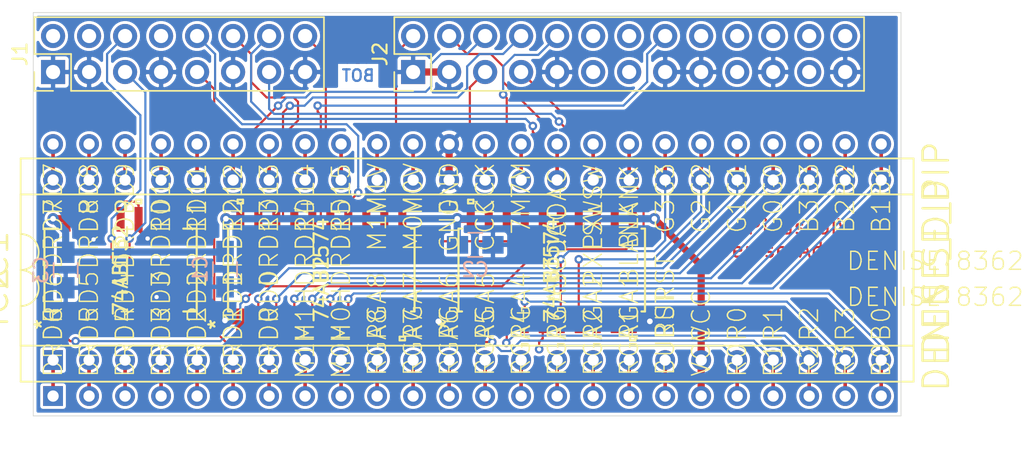
<source format=kicad_pcb>
(kicad_pcb (version 20171130) (host pcbnew 5.1.5)
  (layers (0 F.Cu signal) (31 B.Cu signal) (34 B.Paste user) (35 F.Paste user) (36 B.SilkS user) (37 F.SilkS user hide) (38 B.Mask user) (39 F.Mask user) (44 Edge.Cuts user))
  (net 0 "")
  (net 1 GND)
  (net 2 +5V)
  (net 3 /D7)
  (net 4 /D8)
  (net 5 /D9)
  (net 6 /D10)
  (net 7 /D11)
  (net 8 /D12)
  (net 9 /D13)
  (net 10 /D14)
  (net 11 /D15)
  (net 12 /M1V)
  (net 13 /M0V)
  (net 14 /CCK)
  (net 15 /7M)
  (net 16 /CDAC)
  (net 17 /PIXELS)
  (net 18 /BLANK)
  (net 19 /G3)
  (net 20 /G2)
  (net 21 /G1)
  (net 22 /G0)
  (net 23 /B3)
  (net 24 /B2)
  (net 25 /B1)
  (net 26 /B0)
  (net 27 /R3)
  (net 28 /R2)
  (net 29 /R1)
  (net 30 /R0)
  (net 31 /BURST)
  (net 32 /A1)
  (net 33 /A2)
  (net 34 /A3)
  (net 35 /A4)
  (net 36 /A5)
  (net 37 /A6)
  (net 38 /A7)
  (net 39 /A8)
  (net 40 /M0H)
  (net 41 /M1H)
  (net 42 /D0)
  (net 43 /D1)
  (net 44 /D2)
  (net 45 /D3)
  (net 46 /D4)
  (net 47 /D5)
  (net 48 /D6)
  (net 49 /PB1)
  (net 50 /PR3)
  (net 51 /PG3)
  (net 52 /PB3)
  (net 53 /PB0)
  (net 54 "Net-(J1-Pad8)")
  (net 55 "Net-(J1-Pad6)")
  (net 56 "Net-(J1-Pad5)")
  (net 57 "Net-(J1-Pad4)")
  (net 58 "Net-(J1-Pad2)")
  (net 59 "Net-(J2-Pad26)")
  (net 60 "Net-(J2-Pad24)")
  (net 61 "Net-(J2-Pad23)")
  (net 62 "Net-(J2-Pad22)")
  (net 63 "Net-(J2-Pad20)")
  (net 64 "Net-(J2-Pad19)")
  (net 65 "Net-(J2-Pad18)")
  (net 66 /PB2)
  (net 67 "Net-(J2-Pad14)")
  (net 68 "Net-(J2-Pad13)")
  (net 69 "Net-(J2-Pad12)")
  (net 70 "Net-(J2-Pad11)")
  (net 71 /PR2)
  (net 72 /PG0)
  (net 73 /PG2)
  (net 74 /PG1)
  (net 75 /PR1)
  (net 76 /PR0)
  (net 77 "Net-(J2-Pad2)")
  (net 78 "Net-(U1-Pad11)")
  (net 79 "Net-(U1-Pad8)")
  (net 80 "Net-(U1-Pad6)")
  (net 81 "Net-(U2-Pad13)")
  (net 82 "Net-(U2-Pad12)")
  (net 83 "Net-(U3-Pad13)")
  (net 84 "Net-(U3-Pad12)")
  (module Capacitors_SMD:C_0805_HandSoldering (layer B.Cu) (at 124.079 100.33 270)
    (fp_text reference C3 (at 0 1.75 270) (layer B.SilkS) (effects (justify mirror)))
    (fp_text value 100n)
    (pad 2 smd rect (at 1.25 0 270) (size 1.5 1.25) (layers B.Cu B.Paste B.Mask) (net 1 GND))
    (pad 1 smd rect (at -1.25 0 270) (size 1.5 1.25) (layers B.Cu B.Paste B.Mask) (net 2 +5V))
  )
  (module footprints:SN74ABT125NSR (layer F.Cu) (at 127.9525 100.33 90)
    (fp_text reference U1 (at 0 0 90) (layer F.SilkS))
    (fp_text value 74ABT32 (at 0 0 90) (layer F.SilkS))
    (fp_text user * (at -3.8354 -5.521 90) (layer F.SilkS))
    (fp_text user * (at -3.8354 -5.521 90) (layer F.SilkS))
    (pad 14 smd rect (at 3.5814 -3.81 90) (size 1.741399 0.568) (layers F.Cu F.Paste F.Mask) (net 2 +5V))
    (pad 13 smd rect (at 3.5814 -2.54 90) (size 1.741399 0.568) (layers F.Cu F.Paste F.Mask) (net 1 GND))
    (pad 12 smd rect (at 3.5814 -1.27 90) (size 1.741399 0.568) (layers F.Cu F.Paste F.Mask) (net 1 GND))
    (pad 11 smd rect (at 3.5814 0 90) (size 1.741399 0.568) (layers F.Cu F.Paste F.Mask) (net 78 "Net-(U1-Pad11)"))
    (pad 10 smd rect (at 3.5814 1.27 90) (size 1.741399 0.568) (layers F.Cu F.Paste F.Mask) (net 1 GND))
    (pad 9 smd rect (at 3.5814 2.54 90) (size 1.741399 0.568) (layers F.Cu F.Paste F.Mask) (net 1 GND))
    (pad 8 smd rect (at 3.5814 3.81 90) (size 1.741399 0.568) (layers F.Cu F.Paste F.Mask) (net 79 "Net-(U1-Pad8)"))
    (pad 7 smd rect (at -3.5814 3.81 90) (size 1.741399 0.568) (layers F.Cu F.Paste F.Mask) (net 1 GND))
    (pad 6 smd rect (at -3.5814 2.54 90) (size 1.741399 0.568) (layers F.Cu F.Paste F.Mask) (net 80 "Net-(U1-Pad6)"))
    (pad 5 smd rect (at -3.5814 1.27 90) (size 1.741399 0.568) (layers F.Cu F.Paste F.Mask) (net 1 GND))
    (pad 4 smd rect (at -3.5814 0 90) (size 1.741399 0.568) (layers F.Cu F.Paste F.Mask) (net 1 GND))
    (pad 3 smd rect (at -3.5814 -1.27 90) (size 1.741399 0.568) (layers F.Cu F.Paste F.Mask) (net 56 "Net-(J1-Pad5)"))
    (pad 2 smd rect (at -3.5814 -2.54 90) (size 1.741399 0.568) (layers F.Cu F.Paste F.Mask) (net 55 "Net-(J1-Pad6)"))
    (pad 1 smd rect (at -3.5814 -3.81 90) (size 1.741399 0.568) (layers F.Cu F.Paste F.Mask) (net 18 /BLANK))
  )
  (module footprints:SN74ABT574ANSR (layer F.Cu) (at 142.113 100.33 90)
    (fp_text reference U2 (at 0 0 90) (layer F.SilkS))
    (fp_text value 74ABT574 (at 0 0 90) (layer F.SilkS))
    (fp_text user * (at -3.8354 -7.426 90) (layer F.SilkS))
    (fp_text user * (at -3.8354 -7.426 90) (layer F.SilkS))
    (pad 20 smd rect (at 3.5814 -5.715 90) (size 1.741399 0.568) (layers F.Cu F.Paste F.Mask) (net 2 +5V))
    (pad 19 smd rect (at 3.5814 -4.445 90) (size 1.741399 0.568) (layers F.Cu F.Paste F.Mask) (net 74 /PG1))
    (pad 18 smd rect (at 3.5814 -3.175 90) (size 1.741399 0.568) (layers F.Cu F.Paste F.Mask) (net 72 /PG0))
    (pad 17 smd rect (at 3.5814 -1.905 90) (size 1.741399 0.568) (layers F.Cu F.Paste F.Mask) (net 52 /PB3))
    (pad 16 smd rect (at 3.5814 -0.635 90) (size 1.741399 0.568) (layers F.Cu F.Paste F.Mask) (net 66 /PB2))
    (pad 15 smd rect (at 3.5814 0.635 90) (size 1.741399 0.568) (layers F.Cu F.Paste F.Mask) (net 49 /PB1))
    (pad 14 smd rect (at 3.5814 1.905 90) (size 1.741399 0.568) (layers F.Cu F.Paste F.Mask) (net 53 /PB0))
    (pad 13 smd rect (at 3.5814 3.175 90) (size 1.741399 0.568) (layers F.Cu F.Paste F.Mask) (net 81 "Net-(U2-Pad13)"))
    (pad 12 smd rect (at 3.5814 4.445 90) (size 1.741399 0.568) (layers F.Cu F.Paste F.Mask) (net 82 "Net-(U2-Pad12)"))
    (pad 11 smd rect (at 3.5814 5.715 90) (size 1.741399 0.568) (layers F.Cu F.Paste F.Mask) (net 77 "Net-(J2-Pad2)"))
    (pad 10 smd rect (at -3.5814 5.715 90) (size 1.741399 0.568) (layers F.Cu F.Paste F.Mask) (net 1 GND))
    (pad 9 smd rect (at -3.5814 4.445 90) (size 1.741399 0.568) (layers F.Cu F.Paste F.Mask) (net 1 GND))
    (pad 8 smd rect (at -3.5814 3.175 90) (size 1.741399 0.568) (layers F.Cu F.Paste F.Mask) (net 1 GND))
    (pad 7 smd rect (at -3.5814 1.905 90) (size 1.741399 0.568) (layers F.Cu F.Paste F.Mask) (net 26 /B0))
    (pad 6 smd rect (at -3.5814 0.635 90) (size 1.741399 0.568) (layers F.Cu F.Paste F.Mask) (net 25 /B1))
    (pad 5 smd rect (at -3.5814 -0.635 90) (size 1.741399 0.568) (layers F.Cu F.Paste F.Mask) (net 24 /B2))
    (pad 4 smd rect (at -3.5814 -1.905 90) (size 1.741399 0.568) (layers F.Cu F.Paste F.Mask) (net 23 /B3))
    (pad 3 smd rect (at -3.5814 -3.175 90) (size 1.741399 0.568) (layers F.Cu F.Paste F.Mask) (net 22 /G0))
    (pad 2 smd rect (at -3.5814 -4.445 90) (size 1.741399 0.568) (layers F.Cu F.Paste F.Mask) (net 21 /G1))
    (pad 1 smd rect (at -3.5814 -5.715 90) (size 1.741399 0.568) (layers F.Cu F.Paste F.Mask) (net 1 GND))
  )
  (module footprints:SN74ABT574ANSR (layer F.Cu) (at 158.369 100.33 90)
    (fp_text reference U3 (at 0 0 90) (layer F.SilkS))
    (fp_text value 74ABT574 (at 0 0 90) (layer F.SilkS))
    (fp_text user * (at -3.8354 -7.426 90) (layer F.SilkS))
    (fp_text user * (at -3.8354 -7.426 90) (layer F.SilkS))
    (pad 20 smd rect (at 3.5814 -5.715 90) (size 1.741399 0.568) (layers F.Cu F.Paste F.Mask) (net 2 +5V))
    (pad 19 smd rect (at 3.5814 -4.445 90) (size 1.741399 0.568) (layers F.Cu F.Paste F.Mask) (net 75 /PR1))
    (pad 18 smd rect (at 3.5814 -3.175 90) (size 1.741399 0.568) (layers F.Cu F.Paste F.Mask) (net 71 /PR2))
    (pad 17 smd rect (at 3.5814 -1.905 90) (size 1.741399 0.568) (layers F.Cu F.Paste F.Mask) (net 50 /PR3))
    (pad 16 smd rect (at 3.5814 -0.635 90) (size 1.741399 0.568) (layers F.Cu F.Paste F.Mask) (net 76 /PR0))
    (pad 15 smd rect (at 3.5814 0.635 90) (size 1.741399 0.568) (layers F.Cu F.Paste F.Mask) (net 51 /PG3))
    (pad 14 smd rect (at 3.5814 1.905 90) (size 1.741399 0.568) (layers F.Cu F.Paste F.Mask) (net 73 /PG2))
    (pad 13 smd rect (at 3.5814 3.175 90) (size 1.741399 0.568) (layers F.Cu F.Paste F.Mask) (net 83 "Net-(U3-Pad13)"))
    (pad 12 smd rect (at 3.5814 4.445 90) (size 1.741399 0.568) (layers F.Cu F.Paste F.Mask) (net 84 "Net-(U3-Pad12)"))
    (pad 11 smd rect (at 3.5814 5.715 90) (size 1.741399 0.568) (layers F.Cu F.Paste F.Mask) (net 77 "Net-(J2-Pad2)"))
    (pad 10 smd rect (at -3.5814 5.715 90) (size 1.741399 0.568) (layers F.Cu F.Paste F.Mask) (net 1 GND))
    (pad 9 smd rect (at -3.5814 4.445 90) (size 1.741399 0.568) (layers F.Cu F.Paste F.Mask) (net 1 GND))
    (pad 8 smd rect (at -3.5814 3.175 90) (size 1.741399 0.568) (layers F.Cu F.Paste F.Mask) (net 1 GND))
    (pad 7 smd rect (at -3.5814 1.905 90) (size 1.741399 0.568) (layers F.Cu F.Paste F.Mask) (net 20 /G2))
    (pad 6 smd rect (at -3.5814 0.635 90) (size 1.741399 0.568) (layers F.Cu F.Paste F.Mask) (net 19 /G3))
    (pad 5 smd rect (at -3.5814 -0.635 90) (size 1.741399 0.568) (layers F.Cu F.Paste F.Mask) (net 30 /R0))
    (pad 4 smd rect (at -3.5814 -1.905 90) (size 1.741399 0.568) (layers F.Cu F.Paste F.Mask) (net 27 /R3))
    (pad 3 smd rect (at -3.5814 -3.175 90) (size 1.741399 0.568) (layers F.Cu F.Paste F.Mask) (net 28 /R2))
    (pad 2 smd rect (at -3.5814 -4.445 90) (size 1.741399 0.568) (layers F.Cu F.Paste F.Mask) (net 29 /R1))
    (pad 1 smd rect (at -3.5814 -5.715 90) (size 1.741399 0.568) (layers F.Cu F.Paste F.Mask) (net 1 GND))
  )
  (module Pin_Headers:Pin_Header_Straight_2x13_Pitch2.54mm (layer F.Cu) (at 148.59 86.36 90)
    (fp_text reference J2 (at 1.27 -2.33 90) (layer F.SilkS))
    (fp_text value Conn_02x13_Odd_Even)
    (pad 26 thru_hole oval (at 2.54 30.48 90) (size 1.7 1.7) (drill 1) (layers *.Cu *.Mask) (net 59 "Net-(J2-Pad26)"))
    (pad 25 thru_hole oval (at 0 30.48 90) (size 1.7 1.7) (drill 1) (layers *.Cu *.Mask) (net 1 GND))
    (pad 24 thru_hole oval (at 2.54 27.94 90) (size 1.7 1.7) (drill 1) (layers *.Cu *.Mask) (net 60 "Net-(J2-Pad24)"))
    (pad 23 thru_hole oval (at 0 27.94 90) (size 1.7 1.7) (drill 1) (layers *.Cu *.Mask) (net 61 "Net-(J2-Pad23)"))
    (pad 22 thru_hole oval (at 2.54 25.4 90) (size 1.7 1.7) (drill 1) (layers *.Cu *.Mask) (net 62 "Net-(J2-Pad22)"))
    (pad 21 thru_hole oval (at 0 25.4 90) (size 1.7 1.7) (drill 1) (layers *.Cu *.Mask) (net 1 GND))
    (pad 20 thru_hole oval (at 2.54 22.86 90) (size 1.7 1.7) (drill 1) (layers *.Cu *.Mask) (net 63 "Net-(J2-Pad20)"))
    (pad 19 thru_hole oval (at 0 22.86 90) (size 1.7 1.7) (drill 1) (layers *.Cu *.Mask) (net 64 "Net-(J2-Pad19)"))
    (pad 18 thru_hole oval (at 2.54 20.32 90) (size 1.7 1.7) (drill 1) (layers *.Cu *.Mask) (net 65 "Net-(J2-Pad18)"))
    (pad 17 thru_hole oval (at 0 20.32 90) (size 1.7 1.7) (drill 1) (layers *.Cu *.Mask) (net 1 GND))
    (pad 16 thru_hole oval (at 2.54 17.78 90) (size 1.7 1.7) (drill 1) (layers *.Cu *.Mask) (net 66 /PB2))
    (pad 15 thru_hole oval (at 0 17.78 90) (size 1.7 1.7) (drill 1) (layers *.Cu *.Mask) (net 1 GND))
    (pad 14 thru_hole oval (at 2.54 15.24 90) (size 1.7 1.7) (drill 1) (layers *.Cu *.Mask) (net 67 "Net-(J2-Pad14)"))
    (pad 13 thru_hole oval (at 0 15.24 90) (size 1.7 1.7) (drill 1) (layers *.Cu *.Mask) (net 68 "Net-(J2-Pad13)"))
    (pad 12 thru_hole oval (at 2.54 12.7 90) (size 1.7 1.7) (drill 1) (layers *.Cu *.Mask) (net 69 "Net-(J2-Pad12)"))
    (pad 11 thru_hole oval (at 0 12.7 90) (size 1.7 1.7) (drill 1) (layers *.Cu *.Mask) (net 70 "Net-(J2-Pad11)"))
    (pad 10 thru_hole oval (at 2.54 10.16 90) (size 1.7 1.7) (drill 1) (layers *.Cu *.Mask) (net 71 /PR2))
    (pad 9 thru_hole oval (at 0 10.16 90) (size 1.7 1.7) (drill 1) (layers *.Cu *.Mask) (net 1 GND))
    (pad 8 thru_hole oval (at 2.54 7.62 90) (size 1.7 1.7) (drill 1) (layers *.Cu *.Mask) (net 72 /PG0))
    (pad 7 thru_hole oval (at 0 7.62 90) (size 1.7 1.7) (drill 1) (layers *.Cu *.Mask) (net 73 /PG2))
    (pad 6 thru_hole oval (at 2.54 5.08 90) (size 1.7 1.7) (drill 1) (layers *.Cu *.Mask) (net 74 /PG1))
    (pad 5 thru_hole oval (at 0 5.08 90) (size 1.7 1.7) (drill 1) (layers *.Cu *.Mask) (net 75 /PR1))
    (pad 4 thru_hole oval (at 2.54 2.54 90) (size 1.7 1.7) (drill 1) (layers *.Cu *.Mask) (net 76 /PR0))
    (pad 3 thru_hole oval (at 0 2.54 90) (size 1.7 1.7) (drill 1) (layers *.Cu *.Mask) (net 1 GND))
    (pad 2 thru_hole oval (at 2.54 0 90) (size 1.7 1.7) (drill 1) (layers *.Cu *.Mask) (net 77 "Net-(J2-Pad2)"))
    (pad 1 thru_hole rect (at 0 0 90) (size 1.7 1.7) (drill 1) (layers *.Cu *.Mask) (net 1 GND))
  )
  (module Pin_Headers:Pin_Header_Straight_2x08_Pitch2.54mm (layer F.Cu) (at 123.19 86.36 90)
    (fp_text reference J1 (at 1.27 -2.33 90) (layer F.SilkS))
    (fp_text value Conn_02x08_Odd_Even)
    (pad 16 thru_hole oval (at 2.54 17.78 90) (size 1.7 1.7) (drill 1) (layers *.Cu *.Mask) (net 49 /PB1))
    (pad 15 thru_hole oval (at 0 17.78 90) (size 1.7 1.7) (drill 1) (layers *.Cu *.Mask) (net 1 GND))
    (pad 14 thru_hole oval (at 2.54 15.24 90) (size 1.7 1.7) (drill 1) (layers *.Cu *.Mask) (net 50 /PR3))
    (pad 13 thru_hole oval (at 0 15.24 90) (size 1.7 1.7) (drill 1) (layers *.Cu *.Mask) (net 51 /PG3))
    (pad 12 thru_hole oval (at 2.54 12.7 90) (size 1.7 1.7) (drill 1) (layers *.Cu *.Mask) (net 52 /PB3))
    (pad 11 thru_hole oval (at 0 12.7 90) (size 1.7 1.7) (drill 1) (layers *.Cu *.Mask) (net 1 GND))
    (pad 10 thru_hole oval (at 2.54 10.16 90) (size 1.7 1.7) (drill 1) (layers *.Cu *.Mask) (net 53 /PB0))
    (pad 9 thru_hole oval (at 0 10.16 90) (size 1.7 1.7) (drill 1) (layers *.Cu *.Mask) (net 29 /R1))
    (pad 8 thru_hole oval (at 2.54 7.62 90) (size 1.7 1.7) (drill 1) (layers *.Cu *.Mask) (net 54 "Net-(J1-Pad8)"))
    (pad 7 thru_hole oval (at 0 7.62 90) (size 1.7 1.7) (drill 1) (layers *.Cu *.Mask) (net 1 GND))
    (pad 6 thru_hole oval (at 2.54 5.08 90) (size 1.7 1.7) (drill 1) (layers *.Cu *.Mask) (net 55 "Net-(J1-Pad6)"))
    (pad 5 thru_hole oval (at 0 5.08 90) (size 1.7 1.7) (drill 1) (layers *.Cu *.Mask) (net 56 "Net-(J1-Pad5)"))
    (pad 4 thru_hole oval (at 2.54 2.54 90) (size 1.7 1.7) (drill 1) (layers *.Cu *.Mask) (net 57 "Net-(J1-Pad4)"))
    (pad 3 thru_hole oval (at 0 2.54 90) (size 1.7 1.7) (drill 1) (layers *.Cu *.Mask) (net 1 GND))
    (pad 2 thru_hole oval (at 2.54 0 90) (size 1.7 1.7) (drill 1) (layers *.Cu *.Mask) (net 58 "Net-(J1-Pad2)"))
    (pad 1 thru_hole rect (at 0 0 90) (size 1.7 1.7) (drill 1) (layers *.Cu *.Mask) (net 1 GND))
  )
  (module Amiga:Amiga-DIP48-DENISE (layer F.Cu) (at 152.4 101.6)
    (fp_text reference IC2 (at -33.274 0.635 90) (layer F.SilkS) (effects (font (size 1.778 1.778) (thickness 0.1778))))
    (fp_text value DENISE_DIP (at 33.0962 -0.254 90) (layer F.SilkS) (effects (font (size 1.778 1.778) (thickness 0.1778))))
    (fp_text user M1H (at -11.43 4.445 90) (layer F.SilkS) (effects (font (size 1.27 1.27) (thickness 0.1016))))
    (fp_text user M0H (at -8.89 4.445 90) (layer F.SilkS) (effects (font (size 1.27 1.27) (thickness 0.1016))))
    (fp_text user RGA8 (at -6.35 3.81 90) (layer F.SilkS) (effects (font (size 1.27 1.27) (thickness 0.1016))))
    (fp_text user RGA7 (at -3.81 3.81 90) (layer F.SilkS) (effects (font (size 1.27 1.27) (thickness 0.1016))))
    (fp_text user RGA6 (at -1.27 3.81 90) (layer F.SilkS) (effects (font (size 1.27 1.27) (thickness 0.1016))))
    (fp_text user RGA5 (at 1.27 3.81 90) (layer F.SilkS) (effects (font (size 1.27 1.27) (thickness 0.1016))))
    (fp_text user RGA4 (at 3.81 3.81 90) (layer F.SilkS) (effects (font (size 1.27 1.27) (thickness 0.1016))))
    (fp_text user RGA3 (at 6.35 3.81 90) (layer F.SilkS) (effects (font (size 1.27 1.27) (thickness 0.1016))))
    (fp_text user RGA2 (at 8.89 3.81 90) (layer F.SilkS) (effects (font (size 1.27 1.27) (thickness 0.1016))))
    (fp_text user RGA1 (at 11.43 3.81 90) (layer F.SilkS) (effects (font (size 1.27 1.27) (thickness 0.1016))))
    (fp_text user BURST (at 13.97 3.175 90) (layer F.SilkS) (effects (font (size 1.27 1.27) (thickness 0.1016))))
    (fp_text user R0 (at 19.05 5.08 90) (layer F.SilkS) (effects (font (size 1.27 1.27) (thickness 0.1016))))
    (fp_text user R1 (at 21.59 5.08 90) (layer F.SilkS) (effects (font (size 1.27 1.27) (thickness 0.1016))))
    (fp_text user R2 (at 24.13 5.08 90) (layer F.SilkS) (effects (font (size 1.27 1.27) (thickness 0.1016))))
    (fp_text user R3 (at 26.67 5.08 90) (layer F.SilkS) (effects (font (size 1.27 1.27) (thickness 0.1016))))
    (fp_text user B0 (at 29.21 5.08 90) (layer F.SilkS) (effects (font (size 1.27 1.27) (thickness 0.1016))))
    (fp_text user B1 (at 29.21 -5.08 90) (layer F.SilkS) (effects (font (size 1.27 1.27) (thickness 0.1016))))
    (fp_text user B2 (at 26.67 -5.08 90) (layer F.SilkS) (effects (font (size 1.27 1.27) (thickness 0.1016))))
    (fp_text user B3 (at 24.13 -5.08 90) (layer F.SilkS) (effects (font (size 1.27 1.27) (thickness 0.1016))))
    (fp_text user G0 (at 21.59 -5.08 90) (layer F.SilkS) (effects (font (size 1.27 1.27) (thickness 0.1016))))
    (fp_text user G1 (at 19.05 -5.08 90) (layer F.SilkS) (effects (font (size 1.27 1.27) (thickness 0.1016))))
    (fp_text user G2 (at 16.51 -5.08 90) (layer F.SilkS) (effects (font (size 1.27 1.27) (thickness 0.1016))))
    (fp_text user G3 (at 13.97 -5.08 90) (layer F.SilkS) (effects (font (size 1.27 1.27) (thickness 0.1016))))
    (fp_text user BLANK (at 11.43 -3.175 90) (layer F.SilkS) (effects (font (size 1.27 1.27) (thickness 0.1016))))
    (fp_text user PXLSW (at 8.89 -3.175 90) (layer F.SilkS) (effects (font (size 1.27 1.27) (thickness 0.1016))))
    (fp_text user !CDAC (at 6.35 -3.175 90) (layer F.SilkS) (effects (font (size 1.27 1.27) (thickness 0.1016))))
    (fp_text user 7M (at 3.81 -5.08 90) (layer F.SilkS) (effects (font (size 1.27 1.27) (thickness 0.1016))))
    (fp_text user CCK (at 1.27 -4.445 90) (layer F.SilkS) (effects (font (size 1.27 1.27) (thickness 0.1016))))
    (fp_text user M0V (at -3.81 -4.445 90) (layer F.SilkS) (effects (font (size 1.27 1.27) (thickness 0.1016))))
    (fp_text user M1V (at -6.35 -4.445 90) (layer F.SilkS) (effects (font (size 1.27 1.27) (thickness 0.1016))))
    (fp_text user DRD15 (at -8.89 -3.175 90) (layer F.SilkS) (effects (font (size 1.27 1.27) (thickness 0.1016))))
    (fp_text user DRD14 (at -11.43 -3.175 90) (layer F.SilkS) (effects (font (size 1.27 1.27) (thickness 0.1016))))
    (fp_text user DRD13 (at -13.97 -3.175 90) (layer F.SilkS) (effects (font (size 1.27 1.27) (thickness 0.1016))))
    (fp_text user DRD12 (at -16.51 -3.175 90) (layer F.SilkS) (effects (font (size 1.27 1.27) (thickness 0.1016))))
    (fp_text user DRD11 (at -19.05 -3.175 90) (layer F.SilkS) (effects (font (size 1.27 1.27) (thickness 0.1016))))
    (fp_text user DRD10 (at -21.59 -3.175 90) (layer F.SilkS) (effects (font (size 1.27 1.27) (thickness 0.1016))))
    (fp_text user DRD9 (at -24.13 -3.81 90) (layer F.SilkS) (effects (font (size 1.27 1.27) (thickness 0.1016))))
    (fp_text user DRD8 (at -26.67 -3.81 90) (layer F.SilkS) (effects (font (size 1.27 1.27) (thickness 0.1016))))
    (fp_text user DRD7 (at -29.21 -3.81 90) (layer F.SilkS) (effects (font (size 1.27 1.27) (thickness 0.1016))))
    (fp_text user DRD0 (at -13.97 3.81 90) (layer F.SilkS) (effects (font (size 1.27 1.27) (thickness 0.1016))))
    (fp_text user DRD1 (at -16.51 3.81 90) (layer F.SilkS) (effects (font (size 1.27 1.27) (thickness 0.1016))))
    (fp_text user DRD2 (at -19.05 3.81 90) (layer F.SilkS) (effects (font (size 1.27 1.27) (thickness 0.1016))))
    (fp_text user DRD3 (at -21.59 3.81 90) (layer F.SilkS) (effects (font (size 1.27 1.27) (thickness 0.1016))))
    (fp_text user DRD4 (at -24.13 3.81 90) (layer F.SilkS) (effects (font (size 1.27 1.27) (thickness 0.1016))))
    (fp_text user DRD5 (at -26.67 3.81 90) (layer F.SilkS) (effects (font (size 1.27 1.27) (thickness 0.1016))))
    (fp_text user DRD6 (at -29.21 3.81 90) (layer F.SilkS) (effects (font (size 1.27 1.27) (thickness 0.1016))))
    (fp_text user GND (at -1.27 -4.445 90) (layer F.SilkS) (effects (font (size 1.27 1.27) (thickness 0.1016))))
    (fp_text user VCC (at 16.51 4.445 90) (layer F.SilkS) (effects (font (size 1.27 1.27) (thickness 0.1016))))
    (fp_text user "DENISE 8362\n" (at 33.02 0.635) (layer F.SilkS) (effects (font (size 1.27 1.27) (thickness 0.1016))))
    (pad 48 thru_hole circle (at -29.21 -7.62) (size 1.39954 2.79908) (drill 0.79756) (layers *.Cu *.Paste *.Mask) (net 3 /D7))
    (pad 47 thru_hole circle (at -26.67 -7.62) (size 1.39954 2.79908) (drill 0.79756) (layers *.Cu *.Paste *.Mask) (net 4 /D8))
    (pad 46 thru_hole circle (at -24.13 -7.62) (size 1.39954 2.79908) (drill 0.79756) (layers *.Cu *.Paste *.Mask) (net 5 /D9))
    (pad 45 thru_hole circle (at -21.59 -7.62) (size 1.39954 2.79908) (drill 0.79756) (layers *.Cu *.Paste *.Mask) (net 6 /D10))
    (pad 44 thru_hole circle (at -19.05 -7.62) (size 1.39954 2.79908) (drill 0.79756) (layers *.Cu *.Paste *.Mask) (net 7 /D11))
    (pad 43 thru_hole circle (at -16.51 -7.62) (size 1.39954 2.79908) (drill 0.79756) (layers *.Cu *.Paste *.Mask) (net 8 /D12))
    (pad 42 thru_hole circle (at -13.97 -7.62) (size 1.39954 2.79908) (drill 0.79756) (layers *.Cu *.Paste *.Mask) (net 9 /D13))
    (pad 41 thru_hole circle (at -11.43 -7.62) (size 1.39954 2.79908) (drill 0.79756) (layers *.Cu *.Paste *.Mask) (net 10 /D14))
    (pad 40 thru_hole circle (at -8.89 -7.62) (size 1.39954 2.79908) (drill 0.79756) (layers *.Cu *.Paste *.Mask) (net 11 /D15))
    (pad 39 thru_hole circle (at -6.35 -7.62) (size 1.39954 2.79908) (drill 0.79756) (layers *.Cu *.Paste *.Mask) (net 12 /M1V))
    (pad 38 thru_hole circle (at -3.81 -7.62) (size 1.39954 2.79908) (drill 0.79756) (layers *.Cu *.Paste *.Mask) (net 13 /M0V))
    (pad 37 thru_hole circle (at -1.27 -7.62) (size 1.39954 2.79908) (drill 0.79756) (layers *.Cu *.Paste *.Mask) (net 1 GND))
    (pad 36 thru_hole circle (at 1.27 -7.62) (size 1.39954 2.79908) (drill 0.79756) (layers *.Cu *.Paste *.Mask) (net 14 /CCK))
    (pad 35 thru_hole circle (at 3.81 -7.62) (size 1.39954 2.79908) (drill 0.79756) (layers *.Cu *.Paste *.Mask) (net 15 /7M))
    (pad 34 thru_hole circle (at 6.35 -7.62) (size 1.39954 2.79908) (drill 0.79756) (layers *.Cu *.Paste *.Mask) (net 16 /CDAC))
    (pad 33 thru_hole circle (at 8.89 -7.62) (size 1.39954 2.79908) (drill 0.79756) (layers *.Cu *.Paste *.Mask) (net 17 /PIXELS))
    (pad 32 thru_hole circle (at 11.43 -7.62) (size 1.39954 2.79908) (drill 0.79756) (layers *.Cu *.Paste *.Mask) (net 18 /BLANK))
    (pad 31 thru_hole circle (at 13.97 -7.62) (size 1.39954 2.79908) (drill 0.79756) (layers *.Cu *.Paste *.Mask) (net 19 /G3))
    (pad 30 thru_hole circle (at 16.51 -7.62) (size 1.39954 2.79908) (drill 0.79756) (layers *.Cu *.Paste *.Mask) (net 20 /G2))
    (pad 29 thru_hole circle (at 19.05 -7.62) (size 1.39954 2.79908) (drill 0.79756) (layers *.Cu *.Paste *.Mask) (net 21 /G1))
    (pad 28 thru_hole circle (at 21.59 -7.62) (size 1.39954 2.79908) (drill 0.79756) (layers *.Cu *.Paste *.Mask) (net 22 /G0))
    (pad 27 thru_hole circle (at 24.13 -7.62) (size 1.39954 2.79908) (drill 0.79756) (layers *.Cu *.Paste *.Mask) (net 23 /B3))
    (pad 26 thru_hole circle (at 26.67 -7.62) (size 1.39954 2.79908) (drill 0.79756) (layers *.Cu *.Paste *.Mask) (net 24 /B2))
    (pad 25 thru_hole circle (at 29.21 -7.62) (size 1.39954 2.79908) (drill 0.79756) (layers *.Cu *.Paste *.Mask) (net 25 /B1))
    (pad 24 thru_hole circle (at 29.21 7.62) (size 1.39954 2.79908) (drill 0.79756) (layers *.Cu *.Paste *.Mask) (net 26 /B0))
    (pad 23 thru_hole circle (at 26.67 7.62) (size 1.39954 2.79908) (drill 0.79756) (layers *.Cu *.Paste *.Mask) (net 27 /R3))
    (pad 22 thru_hole circle (at 24.13 7.62) (size 1.39954 2.79908) (drill 0.79756) (layers *.Cu *.Paste *.Mask) (net 28 /R2))
    (pad 21 thru_hole circle (at 21.59 7.62) (size 1.39954 2.79908) (drill 0.79756) (layers *.Cu *.Paste *.Mask) (net 29 /R1))
    (pad 20 thru_hole circle (at 19.05 7.62) (size 1.39954 2.79908) (drill 0.79756) (layers *.Cu *.Paste *.Mask) (net 30 /R0))
    (pad 19 thru_hole circle (at 16.51 7.62) (size 1.39954 2.79908) (drill 0.79756) (layers *.Cu *.Paste *.Mask) (net 2 +5V))
    (pad 18 thru_hole circle (at 13.97 7.62) (size 1.39954 2.79908) (drill 0.79756) (layers *.Cu *.Paste *.Mask) (net 31 /BURST))
    (pad 17 thru_hole circle (at 11.43 7.62) (size 1.39954 2.79908) (drill 0.79756) (layers *.Cu *.Paste *.Mask) (net 32 /A1))
    (pad 16 thru_hole circle (at 8.89 7.62) (size 1.39954 2.79908) (drill 0.79756) (layers *.Cu *.Paste *.Mask) (net 33 /A2))
    (pad 15 thru_hole circle (at 6.35 7.62) (size 1.39954 2.79908) (drill 0.79756) (layers *.Cu *.Paste *.Mask) (net 34 /A3))
    (pad 14 thru_hole circle (at 3.81 7.62) (size 1.39954 2.79908) (drill 0.79756) (layers *.Cu *.Paste *.Mask) (net 35 /A4))
    (pad 13 thru_hole circle (at 1.27 7.62) (size 1.39954 2.79908) (drill 0.79756) (layers *.Cu *.Paste *.Mask) (net 36 /A5))
    (pad 12 thru_hole circle (at -1.27 7.62) (size 1.39954 2.79908) (drill 0.79756) (layers *.Cu *.Paste *.Mask) (net 37 /A6))
    (pad 11 thru_hole circle (at -3.81 7.62) (size 1.39954 2.79908) (drill 0.79756) (layers *.Cu *.Paste *.Mask) (net 38 /A7))
    (pad 10 thru_hole circle (at -6.35 7.62) (size 1.39954 2.79908) (drill 0.79756) (layers *.Cu *.Paste *.Mask) (net 39 /A8))
    (pad 9 thru_hole circle (at -8.89 7.62) (size 1.39954 2.79908) (drill 0.79756) (layers *.Cu *.Paste *.Mask) (net 40 /M0H))
    (pad 8 thru_hole circle (at -11.43 7.62) (size 1.39954 2.79908) (drill 0.79756) (layers *.Cu *.Paste *.Mask) (net 41 /M1H))
    (pad 7 thru_hole circle (at -13.97 7.62) (size 1.39954 2.79908) (drill 0.79756) (layers *.Cu *.Paste *.Mask) (net 42 /D0))
    (pad 6 thru_hole circle (at -16.51 7.62) (size 1.39954 2.79908) (drill 0.79756) (layers *.Cu *.Paste *.Mask) (net 43 /D1))
    (pad 5 thru_hole circle (at -19.05 7.62) (size 1.39954 2.79908) (drill 0.79756) (layers *.Cu *.Paste *.Mask) (net 44 /D2))
    (pad 4 thru_hole circle (at -21.59 7.62) (size 1.39954 2.79908) (drill 0.79756) (layers *.Cu *.Paste *.Mask) (net 45 /D3))
    (pad 3 thru_hole circle (at -24.13 7.62) (size 1.39954 2.79908) (drill 0.79756) (layers *.Cu *.Paste *.Mask) (net 46 /D4))
    (pad 2 thru_hole circle (at -26.67 7.62) (size 1.39954 2.79908) (drill 0.79756) (layers *.Cu *.Paste *.Mask) (net 47 /D5))
    (pad 1 thru_hole rect (at -29.21 7.62) (size 1.39954 1.39954) (drill 0.79756) (layers *.Cu *.Paste *.Mask) (net 48 /D6))
  )
  (module Amiga:Amiga-DIP48-DENISE (layer F.Cu) (at 152.4 99.06)
    (fp_text reference IC1 (at -33.274 0.635 90) (layer F.SilkS) (effects (font (size 1.778 1.778) (thickness 0.1778))))
    (fp_text value DENISE_DIP (at 33.0962 -0.254 90) (layer F.SilkS) (effects (font (size 1.778 1.778) (thickness 0.1778))))
    (fp_text user M1H (at -11.43 4.445 90) (layer F.SilkS) (effects (font (size 1.27 1.27) (thickness 0.1016))))
    (fp_text user M0H (at -8.89 4.445 90) (layer F.SilkS) (effects (font (size 1.27 1.27) (thickness 0.1016))))
    (fp_text user RGA8 (at -6.35 3.81 90) (layer F.SilkS) (effects (font (size 1.27 1.27) (thickness 0.1016))))
    (fp_text user RGA7 (at -3.81 3.81 90) (layer F.SilkS) (effects (font (size 1.27 1.27) (thickness 0.1016))))
    (fp_text user RGA6 (at -1.27 3.81 90) (layer F.SilkS) (effects (font (size 1.27 1.27) (thickness 0.1016))))
    (fp_text user RGA5 (at 1.27 3.81 90) (layer F.SilkS) (effects (font (size 1.27 1.27) (thickness 0.1016))))
    (fp_text user RGA4 (at 3.81 3.81 90) (layer F.SilkS) (effects (font (size 1.27 1.27) (thickness 0.1016))))
    (fp_text user RGA3 (at 6.35 3.81 90) (layer F.SilkS) (effects (font (size 1.27 1.27) (thickness 0.1016))))
    (fp_text user RGA2 (at 8.89 3.81 90) (layer F.SilkS) (effects (font (size 1.27 1.27) (thickness 0.1016))))
    (fp_text user RGA1 (at 11.43 3.81 90) (layer F.SilkS) (effects (font (size 1.27 1.27) (thickness 0.1016))))
    (fp_text user BURST (at 13.97 3.175 90) (layer F.SilkS) (effects (font (size 1.27 1.27) (thickness 0.1016))))
    (fp_text user R0 (at 19.05 5.08 90) (layer F.SilkS) (effects (font (size 1.27 1.27) (thickness 0.1016))))
    (fp_text user R1 (at 21.59 5.08 90) (layer F.SilkS) (effects (font (size 1.27 1.27) (thickness 0.1016))))
    (fp_text user R2 (at 24.13 5.08 90) (layer F.SilkS) (effects (font (size 1.27 1.27) (thickness 0.1016))))
    (fp_text user R3 (at 26.67 5.08 90) (layer F.SilkS) (effects (font (size 1.27 1.27) (thickness 0.1016))))
    (fp_text user B0 (at 29.21 5.08 90) (layer F.SilkS) (effects (font (size 1.27 1.27) (thickness 0.1016))))
    (fp_text user B1 (at 29.21 -5.08 90) (layer F.SilkS) (effects (font (size 1.27 1.27) (thickness 0.1016))))
    (fp_text user B2 (at 26.67 -5.08 90) (layer F.SilkS) (effects (font (size 1.27 1.27) (thickness 0.1016))))
    (fp_text user B3 (at 24.13 -5.08 90) (layer F.SilkS) (effects (font (size 1.27 1.27) (thickness 0.1016))))
    (fp_text user G0 (at 21.59 -5.08 90) (layer F.SilkS) (effects (font (size 1.27 1.27) (thickness 0.1016))))
    (fp_text user G1 (at 19.05 -5.08 90) (layer F.SilkS) (effects (font (size 1.27 1.27) (thickness 0.1016))))
    (fp_text user G2 (at 16.51 -5.08 90) (layer F.SilkS) (effects (font (size 1.27 1.27) (thickness 0.1016))))
    (fp_text user G3 (at 13.97 -5.08 90) (layer F.SilkS) (effects (font (size 1.27 1.27) (thickness 0.1016))))
    (fp_text user BLANK (at 11.43 -3.175 90) (layer F.SilkS) (effects (font (size 1.27 1.27) (thickness 0.1016))))
    (fp_text user PXLSW (at 8.89 -3.175 90) (layer F.SilkS) (effects (font (size 1.27 1.27) (thickness 0.1016))))
    (fp_text user !CDAC (at 6.35 -3.175 90) (layer F.SilkS) (effects (font (size 1.27 1.27) (thickness 0.1016))))
    (fp_text user 7M (at 3.81 -5.08 90) (layer F.SilkS) (effects (font (size 1.27 1.27) (thickness 0.1016))))
    (fp_text user CCK (at 1.27 -4.445 90) (layer F.SilkS) (effects (font (size 1.27 1.27) (thickness 0.1016))))
    (fp_text user M0V (at -3.81 -4.445 90) (layer F.SilkS) (effects (font (size 1.27 1.27) (thickness 0.1016))))
    (fp_text user M1V (at -6.35 -4.445 90) (layer F.SilkS) (effects (font (size 1.27 1.27) (thickness 0.1016))))
    (fp_text user DRD15 (at -8.89 -3.175 90) (layer F.SilkS) (effects (font (size 1.27 1.27) (thickness 0.1016))))
    (fp_text user DRD14 (at -11.43 -3.175 90) (layer F.SilkS) (effects (font (size 1.27 1.27) (thickness 0.1016))))
    (fp_text user DRD13 (at -13.97 -3.175 90) (layer F.SilkS) (effects (font (size 1.27 1.27) (thickness 0.1016))))
    (fp_text user DRD12 (at -16.51 -3.175 90) (layer F.SilkS) (effects (font (size 1.27 1.27) (thickness 0.1016))))
    (fp_text user DRD11 (at -19.05 -3.175 90) (layer F.SilkS) (effects (font (size 1.27 1.27) (thickness 0.1016))))
    (fp_text user DRD10 (at -21.59 -3.175 90) (layer F.SilkS) (effects (font (size 1.27 1.27) (thickness 0.1016))))
    (fp_text user DRD9 (at -24.13 -3.81 90) (layer F.SilkS) (effects (font (size 1.27 1.27) (thickness 0.1016))))
    (fp_text user DRD8 (at -26.67 -3.81 90) (layer F.SilkS) (effects (font (size 1.27 1.27) (thickness 0.1016))))
    (fp_text user DRD7 (at -29.21 -3.81 90) (layer F.SilkS) (effects (font (size 1.27 1.27) (thickness 0.1016))))
    (fp_text user DRD0 (at -13.97 3.81 90) (layer F.SilkS) (effects (font (size 1.27 1.27) (thickness 0.1016))))
    (fp_text user DRD1 (at -16.51 3.81 90) (layer F.SilkS) (effects (font (size 1.27 1.27) (thickness 0.1016))))
    (fp_text user DRD2 (at -19.05 3.81 90) (layer F.SilkS) (effects (font (size 1.27 1.27) (thickness 0.1016))))
    (fp_text user DRD3 (at -21.59 3.81 90) (layer F.SilkS) (effects (font (size 1.27 1.27) (thickness 0.1016))))
    (fp_text user DRD4 (at -24.13 3.81 90) (layer F.SilkS) (effects (font (size 1.27 1.27) (thickness 0.1016))))
    (fp_text user DRD5 (at -26.67 3.81 90) (layer F.SilkS) (effects (font (size 1.27 1.27) (thickness 0.1016))))
    (fp_text user DRD6 (at -29.21 3.81 90) (layer F.SilkS) (effects (font (size 1.27 1.27) (thickness 0.1016))))
    (fp_text user GND (at -1.27 -4.445 90) (layer F.SilkS) (effects (font (size 1.27 1.27) (thickness 0.1016))))
    (fp_text user VCC (at 16.51 4.445 90) (layer F.SilkS) (effects (font (size 1.27 1.27) (thickness 0.1016))))
    (fp_text user "DENISE 8362\n" (at 33.02 0.635) (layer F.SilkS) (effects (font (size 1.27 1.27) (thickness 0.1016))))
    (pad 48 thru_hole circle (at -29.21 -7.62) (size 1.39954 2.79908) (drill 0.79756) (layers *.Cu *.Paste *.Mask) (net 3 /D7))
    (pad 47 thru_hole circle (at -26.67 -7.62) (size 1.39954 2.79908) (drill 0.79756) (layers *.Cu *.Paste *.Mask) (net 4 /D8))
    (pad 46 thru_hole circle (at -24.13 -7.62) (size 1.39954 2.79908) (drill 0.79756) (layers *.Cu *.Paste *.Mask) (net 5 /D9))
    (pad 45 thru_hole circle (at -21.59 -7.62) (size 1.39954 2.79908) (drill 0.79756) (layers *.Cu *.Paste *.Mask) (net 6 /D10))
    (pad 44 thru_hole circle (at -19.05 -7.62) (size 1.39954 2.79908) (drill 0.79756) (layers *.Cu *.Paste *.Mask) (net 7 /D11))
    (pad 43 thru_hole circle (at -16.51 -7.62) (size 1.39954 2.79908) (drill 0.79756) (layers *.Cu *.Paste *.Mask) (net 8 /D12))
    (pad 42 thru_hole circle (at -13.97 -7.62) (size 1.39954 2.79908) (drill 0.79756) (layers *.Cu *.Paste *.Mask) (net 9 /D13))
    (pad 41 thru_hole circle (at -11.43 -7.62) (size 1.39954 2.79908) (drill 0.79756) (layers *.Cu *.Paste *.Mask) (net 10 /D14))
    (pad 40 thru_hole circle (at -8.89 -7.62) (size 1.39954 2.79908) (drill 0.79756) (layers *.Cu *.Paste *.Mask) (net 11 /D15))
    (pad 39 thru_hole circle (at -6.35 -7.62) (size 1.39954 2.79908) (drill 0.79756) (layers *.Cu *.Paste *.Mask) (net 12 /M1V))
    (pad 38 thru_hole circle (at -3.81 -7.62) (size 1.39954 2.79908) (drill 0.79756) (layers *.Cu *.Paste *.Mask) (net 13 /M0V))
    (pad 37 thru_hole circle (at -1.27 -7.62) (size 1.39954 2.79908) (drill 0.79756) (layers *.Cu *.Paste *.Mask) (net 1 GND))
    (pad 36 thru_hole circle (at 1.27 -7.62) (size 1.39954 2.79908) (drill 0.79756) (layers *.Cu *.Paste *.Mask) (net 14 /CCK))
    (pad 35 thru_hole circle (at 3.81 -7.62) (size 1.39954 2.79908) (drill 0.79756) (layers *.Cu *.Paste *.Mask) (net 15 /7M))
    (pad 34 thru_hole circle (at 6.35 -7.62) (size 1.39954 2.79908) (drill 0.79756) (layers *.Cu *.Paste *.Mask) (net 16 /CDAC))
    (pad 33 thru_hole circle (at 8.89 -7.62) (size 1.39954 2.79908) (drill 0.79756) (layers *.Cu *.Paste *.Mask) (net 17 /PIXELS))
    (pad 32 thru_hole circle (at 11.43 -7.62) (size 1.39954 2.79908) (drill 0.79756) (layers *.Cu *.Paste *.Mask) (net 18 /BLANK))
    (pad 31 thru_hole circle (at 13.97 -7.62) (size 1.39954 2.79908) (drill 0.79756) (layers *.Cu *.Paste *.Mask) (net 19 /G3))
    (pad 30 thru_hole circle (at 16.51 -7.62) (size 1.39954 2.79908) (drill 0.79756) (layers *.Cu *.Paste *.Mask) (net 20 /G2))
    (pad 29 thru_hole circle (at 19.05 -7.62) (size 1.39954 2.79908) (drill 0.79756) (layers *.Cu *.Paste *.Mask) (net 21 /G1))
    (pad 28 thru_hole circle (at 21.59 -7.62) (size 1.39954 2.79908) (drill 0.79756) (layers *.Cu *.Paste *.Mask) (net 22 /G0))
    (pad 27 thru_hole circle (at 24.13 -7.62) (size 1.39954 2.79908) (drill 0.79756) (layers *.Cu *.Paste *.Mask) (net 23 /B3))
    (pad 26 thru_hole circle (at 26.67 -7.62) (size 1.39954 2.79908) (drill 0.79756) (layers *.Cu *.Paste *.Mask) (net 24 /B2))
    (pad 25 thru_hole circle (at 29.21 -7.62) (size 1.39954 2.79908) (drill 0.79756) (layers *.Cu *.Paste *.Mask) (net 25 /B1))
    (pad 24 thru_hole circle (at 29.21 7.62) (size 1.39954 2.79908) (drill 0.79756) (layers *.Cu *.Paste *.Mask) (net 26 /B0))
    (pad 23 thru_hole circle (at 26.67 7.62) (size 1.39954 2.79908) (drill 0.79756) (layers *.Cu *.Paste *.Mask) (net 27 /R3))
    (pad 22 thru_hole circle (at 24.13 7.62) (size 1.39954 2.79908) (drill 0.79756) (layers *.Cu *.Paste *.Mask) (net 28 /R2))
    (pad 21 thru_hole circle (at 21.59 7.62) (size 1.39954 2.79908) (drill 0.79756) (layers *.Cu *.Paste *.Mask) (net 29 /R1))
    (pad 20 thru_hole circle (at 19.05 7.62) (size 1.39954 2.79908) (drill 0.79756) (layers *.Cu *.Paste *.Mask) (net 30 /R0))
    (pad 19 thru_hole circle (at 16.51 7.62) (size 1.39954 2.79908) (drill 0.79756) (layers *.Cu *.Paste *.Mask) (net 2 +5V))
    (pad 18 thru_hole circle (at 13.97 7.62) (size 1.39954 2.79908) (drill 0.79756) (layers *.Cu *.Paste *.Mask) (net 31 /BURST))
    (pad 17 thru_hole circle (at 11.43 7.62) (size 1.39954 2.79908) (drill 0.79756) (layers *.Cu *.Paste *.Mask) (net 32 /A1))
    (pad 16 thru_hole circle (at 8.89 7.62) (size 1.39954 2.79908) (drill 0.79756) (layers *.Cu *.Paste *.Mask) (net 33 /A2))
    (pad 15 thru_hole circle (at 6.35 7.62) (size 1.39954 2.79908) (drill 0.79756) (layers *.Cu *.Paste *.Mask) (net 34 /A3))
    (pad 14 thru_hole circle (at 3.81 7.62) (size 1.39954 2.79908) (drill 0.79756) (layers *.Cu *.Paste *.Mask) (net 35 /A4))
    (pad 13 thru_hole circle (at 1.27 7.62) (size 1.39954 2.79908) (drill 0.79756) (layers *.Cu *.Paste *.Mask) (net 36 /A5))
    (pad 12 thru_hole circle (at -1.27 7.62) (size 1.39954 2.79908) (drill 0.79756) (layers *.Cu *.Paste *.Mask) (net 37 /A6))
    (pad 11 thru_hole circle (at -3.81 7.62) (size 1.39954 2.79908) (drill 0.79756) (layers *.Cu *.Paste *.Mask) (net 38 /A7))
    (pad 10 thru_hole circle (at -6.35 7.62) (size 1.39954 2.79908) (drill 0.79756) (layers *.Cu *.Paste *.Mask) (net 39 /A8))
    (pad 9 thru_hole circle (at -8.89 7.62) (size 1.39954 2.79908) (drill 0.79756) (layers *.Cu *.Paste *.Mask) (net 40 /M0H))
    (pad 8 thru_hole circle (at -11.43 7.62) (size 1.39954 2.79908) (drill 0.79756) (layers *.Cu *.Paste *.Mask) (net 41 /M1H))
    (pad 7 thru_hole circle (at -13.97 7.62) (size 1.39954 2.79908) (drill 0.79756) (layers *.Cu *.Paste *.Mask) (net 42 /D0))
    (pad 6 thru_hole circle (at -16.51 7.62) (size 1.39954 2.79908) (drill 0.79756) (layers *.Cu *.Paste *.Mask) (net 43 /D1))
    (pad 5 thru_hole circle (at -19.05 7.62) (size 1.39954 2.79908) (drill 0.79756) (layers *.Cu *.Paste *.Mask) (net 44 /D2))
    (pad 4 thru_hole circle (at -21.59 7.62) (size 1.39954 2.79908) (drill 0.79756) (layers *.Cu *.Paste *.Mask) (net 45 /D3))
    (pad 3 thru_hole circle (at -24.13 7.62) (size 1.39954 2.79908) (drill 0.79756) (layers *.Cu *.Paste *.Mask) (net 46 /D4))
    (pad 2 thru_hole circle (at -26.67 7.62) (size 1.39954 2.79908) (drill 0.79756) (layers *.Cu *.Paste *.Mask) (net 47 /D5))
    (pad 1 thru_hole rect (at -29.21 7.62) (size 1.39954 1.39954) (drill 0.79756) (layers *.Cu *.Paste *.Mask) (net 48 /D6))
  )
  (module Capacitors_SMD:C_0805_HandSoldering (layer B.Cu) (at 152.9715 98.552)
    (fp_text reference C2 (at 0 1.75 180) (layer B.SilkS) (effects (justify mirror)))
    (fp_text value 100n)
    (pad 2 smd rect (at 1.25 0) (size 1.5 1.25) (layers B.Cu B.Paste B.Mask) (net 1 GND))
    (pad 1 smd rect (at -1.25 0) (size 1.5 1.25) (layers B.Cu B.Paste B.Mask) (net 2 +5V))
  )
  (module Capacitors_SMD:C_0805_HandSoldering (layer B.Cu) (at 135.3185 100.2665 270)
    (fp_text reference C1 (at 0 1.75 270) (layer B.SilkS) (effects (justify mirror)))
    (fp_text value 100n)
    (pad 2 smd rect (at 1.25 0 270) (size 1.5 1.25) (layers B.Cu B.Paste B.Mask) (net 1 GND))
    (pad 1 smd rect (at -1.25 0 270) (size 1.5 1.25) (layers B.Cu B.Paste B.Mask) (net 2 +5V))
  )
  (gr_text "PicassoIV\nDenise Adapter" (at 175.768 98.1075) (layer F.Cu) (effects (font (size 1.016 1.016) (thickness 0.1524))))
  (gr_text BOT (at 144.7165 86.614) (layer B.Cu) (effects (font (size 0.8128 0.8128) (thickness 0.1524)) (justify mirror)))
  (gr_text TOP (at 144.78 85.344) (layer F.Cu) (effects (font (size 0.8128 0.8128) (thickness 0.1524))))
  (gr_text "MastaTabs @ a1k" (at 171.6405 89.3445) (layer F.Cu) (effects (font (size 1.016 1.016) (thickness 0.1524))))
  (gr_line (start 121.793 82.169) (end 121.793 110.617) (layer Edge.Cuts) (width 0.05))
  (gr_line (start 183.007 82.169) (end 121.793 82.169) (layer Edge.Cuts) (width 0.05))
  (gr_line (start 183.007 110.617) (end 183.007 82.169) (layer Edge.Cuts) (width 0.05))
  (gr_line (start 121.793 110.617) (end 183.007 110.617) (layer Edge.Cuts) (width 0.05))
  (segment (start 151.13 93.98) (end 151.13 91.44) (width 0.508) (layer F.Cu) (net 1))
  (segment (start 150.4061 103.9114) (end 150.368 103.9495) (width 0.508) (layer F.Cu) (net 1))
  (segment (start 152.654 103.9114) (end 150.4061 103.9114) (width 0.508) (layer F.Cu) (net 1))
  (via (at 150.368 103.9495) (size 0.8) (drill 0.4) (layers F.Cu B.Cu) (net 1))
  (segment (start 150.3299 103.9114) (end 150.368 103.9495) (width 0.508) (layer F.Cu) (net 1))
  (segment (start 147.828 103.9114) (end 150.3299 103.9114) (width 0.508) (layer F.Cu) (net 1))
  (via (at 135.3185 103.886) (size 0.8) (drill 0.4) (layers F.Cu B.Cu) (net 1))
  (segment (start 136.398 103.9114) (end 135.3439 103.9114) (width 0.508) (layer F.Cu) (net 1))
  (segment (start 135.3439 103.9114) (end 135.3185 103.886) (width 0.508) (layer F.Cu) (net 1))
  (segment (start 164.084 103.9114) (end 165.2524 103.9114) (width 0.508) (layer F.Cu) (net 1))
  (via (at 165.2905 103.9495) (size 0.8) (drill 0.4) (layers F.Cu B.Cu) (net 1))
  (segment (start 165.2524 103.9114) (end 165.2905 103.9495) (width 0.508) (layer F.Cu) (net 1))
  (segment (start 135.3185 103.886) (end 135.3185 101.5165) (width 0.508) (layer B.Cu) (net 1))
  (via (at 126.0475 98.171) (size 0.6) (drill 0.3) (layers F.Cu B.Cu) (net 1))
  (segment (start 125.4125 96.7486) (end 125.4125 97.536) (width 0.254) (layer F.Cu) (net 1))
  (segment (start 125.4125 97.536) (end 126.0475 98.171) (width 0.254) (layer F.Cu) (net 1))
  (segment (start 126.6825 97.536) (end 126.6825 96.7486) (width 0.254) (layer F.Cu) (net 1))
  (segment (start 126.0475 98.171) (end 126.6825 97.536) (width 0.254) (layer F.Cu) (net 1))
  (via (at 129.8575 98.1075) (size 0.6) (drill 0.3) (layers F.Cu B.Cu) (net 1))
  (segment (start 129.2225 96.7486) (end 129.2225 97.4725) (width 0.254) (layer F.Cu) (net 1))
  (segment (start 129.2225 97.4725) (end 129.8575 98.1075) (width 0.254) (layer F.Cu) (net 1))
  (via (at 129.8575 98.1075) (size 0.6) (drill 0.3) (layers F.Cu B.Cu) (net 1))
  (segment (start 130.4925 97.4725) (end 130.4925 96.7486) (width 0.254) (layer F.Cu) (net 1))
  (segment (start 129.8575 98.1075) (end 130.4925 97.4725) (width 0.254) (layer F.Cu) (net 1))
  (segment (start 127.9525 103.9114) (end 129.2225 103.9114) (width 0.254) (layer F.Cu) (net 1))
  (segment (start 129.2225 102.786701) (end 129.837701 102.1715) (width 0.254) (layer F.Cu) (net 1))
  (segment (start 129.2225 103.9114) (end 129.2225 102.786701) (width 0.254) (layer F.Cu) (net 1))
  (via (at 130.4925 102.235) (size 0.6) (drill 0.3) (layers F.Cu B.Cu) (net 1))
  (segment (start 129.837701 102.1715) (end 130.429 102.1715) (width 0.254) (layer F.Cu) (net 1))
  (segment (start 130.429 102.1715) (end 130.4925 102.235) (width 0.254) (layer F.Cu) (net 1))
  (segment (start 131.7625 102.786701) (end 131.7625 103.9114) (width 0.254) (layer F.Cu) (net 1))
  (segment (start 131.210799 102.235) (end 131.7625 102.786701) (width 0.254) (layer F.Cu) (net 1))
  (segment (start 130.4925 102.235) (end 131.210799 102.235) (width 0.254) (layer F.Cu) (net 1))
  (segment (start 129.2225 95.758) (end 129.2225 96.7486) (width 0.1524) (layer F.Cu) (net 1))
  (segment (start 128.9685 95.504) (end 129.2225 95.758) (width 0.1524) (layer F.Cu) (net 1))
  (segment (start 126.904001 95.504) (end 128.9685 95.504) (width 0.1524) (layer F.Cu) (net 1))
  (segment (start 126.6825 96.7486) (end 126.6825 95.725501) (width 0.1524) (layer F.Cu) (net 1))
  (segment (start 126.6825 95.725501) (end 126.904001 95.504) (width 0.1524) (layer F.Cu) (net 1))
  (segment (start 164.084 103.9114) (end 162.814 103.9114) (width 0.508) (layer F.Cu) (net 1))
  (segment (start 162.814 103.9114) (end 161.544 103.9114) (width 0.508) (layer F.Cu) (net 1))
  (segment (start 147.828 103.9114) (end 146.558 103.9114) (width 0.508) (layer F.Cu) (net 1))
  (segment (start 146.558 103.9114) (end 145.288 103.9114) (width 0.508) (layer F.Cu) (net 1))
  (segment (start 148.59 86.36) (end 151.13 86.36) (width 0.508) (layer F.Cu) (net 1))
  (segment (start 168.91 109.22) (end 168.91 106.68) (width 0.508) (layer F.Cu) (net 2))
  (segment (start 168.91 106.68) (end 168.91 100.0125) (width 0.508) (layer F.Cu) (net 2))
  (via (at 165.608 96.7105) (size 0.8) (drill 0.4) (layers F.Cu B.Cu) (net 2))
  (segment (start 168.91 100.0125) (end 165.608 96.7105) (width 0.508) (layer F.Cu) (net 2))
  (via (at 135.382 96.7105) (size 0.8) (drill 0.4) (layers F.Cu B.Cu) (net 2))
  (segment (start 136.3599 96.7105) (end 136.398 96.7486) (width 0.508) (layer F.Cu) (net 2))
  (segment (start 135.382 96.7105) (end 136.3599 96.7105) (width 0.508) (layer F.Cu) (net 2))
  (segment (start 151.7396 96.7486) (end 151.7015 96.7105) (width 0.508) (layer F.Cu) (net 2))
  (segment (start 152.654 96.7486) (end 151.7396 96.7486) (width 0.508) (layer F.Cu) (net 2))
  (segment (start 165.608 96.7105) (end 151.7015 96.7105) (width 0.508) (layer B.Cu) (net 2))
  (via (at 151.7015 96.7105) (size 0.8) (drill 0.4) (layers F.Cu B.Cu) (net 2))
  (segment (start 151.7015 96.7105) (end 135.382 96.7105) (width 0.508) (layer B.Cu) (net 2))
  (segment (start 135.382 98.953) (end 135.3185 99.0165) (width 0.508) (layer B.Cu) (net 2))
  (segment (start 135.382 96.7105) (end 135.382 98.953) (width 0.508) (layer B.Cu) (net 2))
  (segment (start 151.7015 98.532) (end 151.7215 98.552) (width 0.508) (layer B.Cu) (net 2))
  (segment (start 151.7015 96.7105) (end 151.7015 98.532) (width 0.508) (layer B.Cu) (net 2))
  (via (at 123.19 96.7105) (size 0.8) (drill 0.4) (layers F.Cu B.Cu) (net 2))
  (segment (start 124.1044 96.7105) (end 124.1425 96.7486) (width 0.508) (layer F.Cu) (net 2))
  (segment (start 123.19 96.7105) (end 124.1044 96.7105) (width 0.508) (layer F.Cu) (net 2))
  (segment (start 124.079 97.5995) (end 123.19 96.7105) (width 0.508) (layer B.Cu) (net 2))
  (segment (start 124.079 99.08) (end 124.079 97.5995) (width 0.508) (layer B.Cu) (net 2))
  (segment (start 135.3185 99.1415) (end 135.3185 99.0165) (width 0.508) (layer B.Cu) (net 2))
  (segment (start 135.237 99.06) (end 135.3185 99.1415) (width 0.508) (layer B.Cu) (net 2))
  (segment (start 124.224 99.06) (end 135.237 99.06) (width 0.508) (layer B.Cu) (net 2))
  (segment (start 124.079 99.08) (end 124.079 99.205) (width 0.508) (layer B.Cu) (net 2))
  (segment (start 124.079 99.205) (end 124.224 99.06) (width 0.508) (layer B.Cu) (net 2))
  (segment (start 123.19 93.98) (end 123.19 91.44) (width 0.254) (layer F.Cu) (net 3))
  (segment (start 125.73 93.98) (end 125.73 91.44) (width 0.254) (layer F.Cu) (net 4))
  (segment (start 128.27 93.98) (end 128.27 91.44) (width 0.254) (layer F.Cu) (net 5))
  (segment (start 130.81 93.98) (end 130.81 91.44) (width 0.254) (layer F.Cu) (net 6))
  (segment (start 133.35 93.98) (end 133.35 91.44) (width 0.254) (layer F.Cu) (net 7))
  (segment (start 135.89 93.98) (end 135.89 91.44) (width 0.254) (layer F.Cu) (net 8))
  (segment (start 138.43 93.98) (end 138.43 91.44) (width 0.254) (layer F.Cu) (net 9))
  (segment (start 140.97 93.98) (end 140.97 91.44) (width 0.254) (layer F.Cu) (net 10))
  (segment (start 143.51 93.98) (end 143.51 91.44) (width 0.254) (layer F.Cu) (net 11))
  (segment (start 146.05 93.98) (end 146.05 91.44) (width 0.254) (layer F.Cu) (net 12))
  (segment (start 148.59 93.98) (end 148.59 91.44) (width 0.254) (layer F.Cu) (net 13))
  (segment (start 153.67 93.98) (end 153.67 91.44) (width 0.254) (layer F.Cu) (net 14))
  (segment (start 156.21 93.98) (end 156.21 91.44) (width 0.254) (layer F.Cu) (net 15))
  (segment (start 158.75 93.98) (end 158.75 91.44) (width 0.254) (layer F.Cu) (net 16))
  (segment (start 161.29 93.98) (end 161.29 91.44) (width 0.254) (layer F.Cu) (net 17))
  (segment (start 163.83 93.98) (end 163.83 91.44) (width 0.254) (layer F.Cu) (net 18))
  (segment (start 163.83 93.98) (end 164.846 94.996) (width 0.1524) (layer F.Cu) (net 18))
  (segment (start 164.846 97.638462) (end 163.614962 98.8695) (width 0.1524) (layer F.Cu) (net 18))
  (segment (start 164.846 94.996) (end 164.846 97.638462) (width 0.1524) (layer F.Cu) (net 18))
  (segment (start 163.614962 98.8695) (end 157.48 98.8695) (width 0.1524) (layer F.Cu) (net 18))
  (segment (start 157.48 98.8695) (end 154.8765 101.473) (width 0.1524) (layer F.Cu) (net 18))
  (via (at 136.779 102.362) (size 0.6) (drill 0.3) (layers F.Cu B.Cu) (net 18))
  (segment (start 154.8765 101.473) (end 137.668 101.473) (width 0.1524) (layer F.Cu) (net 18))
  (segment (start 137.668 101.473) (end 136.779 102.362) (width 0.1524) (layer F.Cu) (net 18))
  (segment (start 136.779 102.362) (end 136.398 102.743) (width 0.1524) (layer B.Cu) (net 18))
  (segment (start 136.398 102.743) (end 136.398 103.9495) (width 0.1524) (layer B.Cu) (net 18))
  (via (at 124.7775 105.3465) (size 0.6) (drill 0.3) (layers F.Cu B.Cu) (net 18))
  (segment (start 136.398 103.9495) (end 135.001 105.3465) (width 0.1524) (layer B.Cu) (net 18))
  (segment (start 135.001 105.3465) (end 124.7775 105.3465) (width 0.1524) (layer B.Cu) (net 18))
  (segment (start 124.1425 105.0925) (end 124.1425 103.9114) (width 0.1524) (layer F.Cu) (net 18))
  (segment (start 124.7775 105.3465) (end 124.3965 105.3465) (width 0.1524) (layer F.Cu) (net 18))
  (segment (start 124.3965 105.3465) (end 124.1425 105.0925) (width 0.1524) (layer F.Cu) (net 18))
  (segment (start 166.37 93.98) (end 166.37 91.44) (width 0.254) (layer F.Cu) (net 19))
  (via (at 159.004 99.568) (size 0.6) (drill 0.3) (layers F.Cu B.Cu) (net 19))
  (segment (start 159.004 99.568) (end 159.004 103.9114) (width 0.1524) (layer F.Cu) (net 19))
  (segment (start 159.5755 98.9965) (end 159.004 99.568) (width 0.1524) (layer B.Cu) (net 19))
  (segment (start 165.608 98.9965) (end 159.5755 98.9965) (width 0.1524) (layer B.Cu) (net 19))
  (segment (start 166.37 98.2345) (end 165.608 98.9965) (width 0.1524) (layer B.Cu) (net 19))
  (segment (start 166.37 93.98) (end 166.37 98.2345) (width 0.1524) (layer B.Cu) (net 19))
  (segment (start 168.91 93.98) (end 168.91 91.44) (width 0.254) (layer F.Cu) (net 20))
  (segment (start 160.274 103.9114) (end 160.274 99.57271) (width 0.1524) (layer F.Cu) (net 20))
  (via (at 160.274 99.57271) (size 0.6) (drill 0.3) (layers F.Cu B.Cu) (net 20))
  (segment (start 160.698264 99.57271) (end 160.274 99.57271) (width 0.1524) (layer B.Cu) (net 20))
  (segment (start 165.530174 99.57271) (end 160.698264 99.57271) (width 0.1524) (layer B.Cu) (net 20))
  (segment (start 168.91 93.98) (end 168.91 96.192884) (width 0.1524) (layer B.Cu) (net 20))
  (segment (start 168.91 96.192884) (end 165.530174 99.57271) (width 0.1524) (layer B.Cu) (net 20))
  (segment (start 171.45 93.98) (end 171.45 91.44) (width 0.254) (layer F.Cu) (net 21))
  (via (at 137.668 102.362) (size 0.6) (drill 0.3) (layers F.Cu B.Cu) (net 21))
  (segment (start 137.668 102.362) (end 137.668 103.9114) (width 0.1524) (layer F.Cu) (net 21))
  (segment (start 166.216624 100.203) (end 139.827 100.203) (width 0.1524) (layer B.Cu) (net 21))
  (segment (start 139.827 100.203) (end 137.967999 102.062001) (width 0.1524) (layer B.Cu) (net 21))
  (segment (start 171.45 94.969624) (end 166.216624 100.203) (width 0.1524) (layer B.Cu) (net 21))
  (segment (start 137.967999 102.062001) (end 137.668 102.362) (width 0.1524) (layer B.Cu) (net 21))
  (segment (start 171.45 93.98) (end 171.45 94.969624) (width 0.1524) (layer B.Cu) (net 21))
  (segment (start 173.99 93.98) (end 173.99 91.44) (width 0.254) (layer F.Cu) (net 22))
  (via (at 138.938 102.362) (size 0.6) (drill 0.3) (layers F.Cu B.Cu) (net 22))
  (segment (start 138.938 102.362) (end 138.938 103.9114) (width 0.1524) (layer F.Cu) (net 22))
  (segment (start 139.237999 102.062001) (end 138.938 102.362) (width 0.1524) (layer B.Cu) (net 22))
  (segment (start 167.414589 100.555411) (end 140.744589 100.555411) (width 0.1524) (layer B.Cu) (net 22))
  (segment (start 173.99 93.98) (end 167.414589 100.555411) (width 0.1524) (layer B.Cu) (net 22))
  (segment (start 140.744589 100.555411) (end 139.237999 102.062001) (width 0.1524) (layer B.Cu) (net 22))
  (segment (start 176.53 93.98) (end 176.53 91.44) (width 0.254) (layer F.Cu) (net 23))
  (via (at 140.208 102.362) (size 0.6) (drill 0.3) (layers F.Cu B.Cu) (net 23))
  (segment (start 140.208 102.362) (end 140.208 103.9114) (width 0.1524) (layer F.Cu) (net 23))
  (segment (start 141.662178 100.907822) (end 140.507999 102.062001) (width 0.1524) (layer B.Cu) (net 23))
  (segment (start 169.602178 100.907822) (end 141.662178 100.907822) (width 0.1524) (layer B.Cu) (net 23))
  (segment (start 140.507999 102.062001) (end 140.208 102.362) (width 0.1524) (layer B.Cu) (net 23))
  (segment (start 176.53 93.98) (end 169.602178 100.907822) (width 0.1524) (layer B.Cu) (net 23))
  (segment (start 179.07 93.98) (end 179.07 91.44) (width 0.254) (layer F.Cu) (net 24))
  (via (at 141.478 102.362) (size 0.6) (drill 0.3) (layers F.Cu B.Cu) (net 24))
  (segment (start 141.478 102.362) (end 141.478 103.9114) (width 0.1524) (layer F.Cu) (net 24))
  (segment (start 142.579767 101.260233) (end 141.777999 102.062001) (width 0.1524) (layer B.Cu) (net 24))
  (segment (start 171.789767 101.260233) (end 142.579767 101.260233) (width 0.1524) (layer B.Cu) (net 24))
  (segment (start 141.777999 102.062001) (end 141.478 102.362) (width 0.1524) (layer B.Cu) (net 24))
  (segment (start 179.07 93.98) (end 171.789767 101.260233) (width 0.1524) (layer B.Cu) (net 24))
  (segment (start 181.61 93.98) (end 181.61 91.44) (width 0.254) (layer F.Cu) (net 25))
  (via (at 142.748 102.362) (size 0.6) (drill 0.3) (layers F.Cu B.Cu) (net 25))
  (segment (start 142.748 102.362) (end 142.748 103.9114) (width 0.1524) (layer F.Cu) (net 25))
  (segment (start 143.256 101.854) (end 142.748 102.362) (width 0.1524) (layer B.Cu) (net 25))
  (segment (start 173.961411 101.628589) (end 143.481411 101.628589) (width 0.1524) (layer B.Cu) (net 25))
  (segment (start 181.61 93.98) (end 173.961411 101.628589) (width 0.1524) (layer B.Cu) (net 25))
  (segment (start 143.481411 101.628589) (end 143.256 101.854) (width 0.1524) (layer B.Cu) (net 25))
  (segment (start 181.61 109.22) (end 181.61 106.68) (width 0.254) (layer F.Cu) (net 26))
  (segment (start 181.61 105.690376) (end 177.900624 101.981) (width 0.1524) (layer B.Cu) (net 26))
  (segment (start 181.61 106.68) (end 181.61 105.690376) (width 0.1524) (layer B.Cu) (net 26))
  (via (at 144.018 102.362) (size 0.6) (drill 0.3) (layers F.Cu B.Cu) (net 26))
  (segment (start 177.900624 101.981) (end 144.399 101.981) (width 0.1524) (layer B.Cu) (net 26))
  (segment (start 144.399 101.981) (end 144.018 102.362) (width 0.1524) (layer B.Cu) (net 26))
  (segment (start 144.018 102.786264) (end 144.018 103.9114) (width 0.1524) (layer F.Cu) (net 26))
  (segment (start 144.018 102.362) (end 144.018 102.786264) (width 0.1524) (layer F.Cu) (net 26))
  (segment (start 179.07 109.22) (end 179.07 106.68) (width 0.254) (layer F.Cu) (net 27))
  (segment (start 179.07 106.68) (end 174.94721 102.55721) (width 0.1524) (layer B.Cu) (net 27))
  (segment (start 156.464 103.9114) (end 156.464 102.55721) (width 0.1524) (layer F.Cu) (net 27))
  (via (at 156.464 102.55721) (size 0.6) (drill 0.3) (layers F.Cu B.Cu) (net 27))
  (segment (start 174.94721 102.55721) (end 156.464 102.55721) (width 0.1524) (layer B.Cu) (net 27))
  (segment (start 176.53 109.22) (end 176.53 106.68) (width 0.254) (layer F.Cu) (net 28))
  (segment (start 174.809179 104.959179) (end 155.675324 104.959179) (width 0.1524) (layer B.Cu) (net 28))
  (segment (start 155.465712 105.168791) (end 155.165713 105.46879) (width 0.1524) (layer B.Cu) (net 28))
  (segment (start 176.53 106.68) (end 174.809179 104.959179) (width 0.1524) (layer B.Cu) (net 28))
  (via (at 155.165713 105.46879) (size 0.6) (drill 0.3) (layers F.Cu B.Cu) (net 28))
  (segment (start 155.675324 104.959179) (end 155.465712 105.168791) (width 0.1524) (layer B.Cu) (net 28))
  (segment (start 155.194 105.440503) (end 155.165713 105.46879) (width 0.1524) (layer F.Cu) (net 28))
  (segment (start 155.194 103.9114) (end 155.194 105.440503) (width 0.1524) (layer F.Cu) (net 28))
  (segment (start 173.99 109.22) (end 173.99 106.68) (width 0.254) (layer F.Cu) (net 29))
  (via (at 154.178 105.41) (size 0.6) (drill 0.3) (layers F.Cu B.Cu) (net 29))
  (segment (start 154.813 106.045) (end 154.477999 105.709999) (width 0.1524) (layer B.Cu) (net 29))
  (segment (start 154.477999 105.709999) (end 154.178 105.41) (width 0.1524) (layer B.Cu) (net 29))
  (segment (start 172.621589 105.311589) (end 156.181411 105.311589) (width 0.1524) (layer B.Cu) (net 29))
  (segment (start 173.99 106.68) (end 172.621589 105.311589) (width 0.1524) (layer B.Cu) (net 29))
  (segment (start 156.181411 105.311589) (end 155.448 106.045) (width 0.1524) (layer B.Cu) (net 29))
  (segment (start 155.448 106.045) (end 154.813 106.045) (width 0.1524) (layer B.Cu) (net 29))
  (segment (start 153.924 105.029) (end 153.924 103.9114) (width 0.1524) (layer F.Cu) (net 29))
  (segment (start 154.178 105.41) (end 154.178 105.283) (width 0.1524) (layer F.Cu) (net 29))
  (segment (start 154.178 105.283) (end 153.924 105.029) (width 0.1524) (layer F.Cu) (net 29))
  (segment (start 134.199999 87.209999) (end 133.35 86.36) (width 0.1524) (layer F.Cu) (net 29))
  (segment (start 134.5565 87.5665) (end 134.199999 87.209999) (width 0.1524) (layer F.Cu) (net 29))
  (segment (start 134.5565 104.5845) (end 134.5565 87.5665) (width 0.1524) (layer F.Cu) (net 29))
  (segment (start 154.178 105.41) (end 135.382 105.41) (width 0.1524) (layer F.Cu) (net 29))
  (segment (start 135.382 105.41) (end 134.5565 104.5845) (width 0.1524) (layer F.Cu) (net 29))
  (segment (start 171.45 109.22) (end 171.45 106.68) (width 0.254) (layer F.Cu) (net 30))
  (via (at 157.48 105.918) (size 0.6) (drill 0.3) (layers F.Cu B.Cu) (net 30))
  (segment (start 157.48 105.918) (end 157.48 105.41) (width 0.1524) (layer F.Cu) (net 30))
  (segment (start 157.734 105.156) (end 157.734 103.9114) (width 0.1524) (layer F.Cu) (net 30))
  (segment (start 157.48 105.41) (end 157.734 105.156) (width 0.1524) (layer F.Cu) (net 30))
  (segment (start 170.434 105.664) (end 157.734 105.664) (width 0.1524) (layer B.Cu) (net 30))
  (segment (start 171.45 106.68) (end 170.434 105.664) (width 0.1524) (layer B.Cu) (net 30))
  (segment (start 157.734 105.664) (end 157.48 105.918) (width 0.1524) (layer B.Cu) (net 30))
  (segment (start 166.37 109.22) (end 166.37 106.68) (width 0.254) (layer F.Cu) (net 31))
  (segment (start 163.83 109.22) (end 163.83 106.68) (width 0.254) (layer F.Cu) (net 32))
  (segment (start 161.29 109.22) (end 161.29 106.68) (width 0.254) (layer F.Cu) (net 33))
  (segment (start 158.75 109.22) (end 158.75 106.68) (width 0.254) (layer F.Cu) (net 34))
  (segment (start 156.21 109.22) (end 156.21 106.68) (width 0.254) (layer F.Cu) (net 35))
  (segment (start 153.67 109.22) (end 153.67 106.68) (width 0.254) (layer F.Cu) (net 36))
  (segment (start 151.13 109.22) (end 151.13 106.68) (width 0.254) (layer F.Cu) (net 37))
  (segment (start 148.59 109.22) (end 148.59 106.68) (width 0.254) (layer F.Cu) (net 38))
  (segment (start 146.05 109.22) (end 146.05 106.68) (width 0.254) (layer F.Cu) (net 39))
  (segment (start 143.51 109.22) (end 143.51 106.68) (width 0.254) (layer F.Cu) (net 40))
  (segment (start 140.97 109.22) (end 140.97 106.68) (width 0.254) (layer F.Cu) (net 41))
  (segment (start 138.43 109.22) (end 138.43 106.68) (width 0.254) (layer F.Cu) (net 42))
  (segment (start 135.89 109.22) (end 135.89 106.68) (width 0.254) (layer F.Cu) (net 43))
  (segment (start 133.35 109.22) (end 133.35 106.68) (width 0.254) (layer F.Cu) (net 44))
  (segment (start 130.81 109.22) (end 130.81 106.68) (width 0.254) (layer F.Cu) (net 45))
  (segment (start 128.27 109.22) (end 128.27 106.68) (width 0.254) (layer F.Cu) (net 46))
  (segment (start 125.73 109.22) (end 125.73 106.68) (width 0.254) (layer F.Cu) (net 47))
  (segment (start 123.19 109.22) (end 123.19 106.68) (width 0.254) (layer F.Cu) (net 48))
  (segment (start 142.4305 85.2805) (end 141.819999 84.669999) (width 0.1524) (layer F.Cu) (net 49))
  (segment (start 141.819999 84.669999) (end 140.97 83.82) (width 0.1524) (layer F.Cu) (net 49))
  (segment (start 142.748 96.7486) (end 142.748 95.36075) (width 0.1524) (layer F.Cu) (net 49))
  (segment (start 142.4305 95.04325) (end 142.4305 85.2805) (width 0.1524) (layer F.Cu) (net 49))
  (segment (start 142.748 95.36075) (end 142.4305 95.04325) (width 0.1524) (layer F.Cu) (net 49))
  (via (at 157.035494 90.17) (size 0.6) (drill 0.3) (layers F.Cu B.Cu) (net 50))
  (segment (start 157.318089 94.649911) (end 157.318089 90.876859) (width 0.1524) (layer F.Cu) (net 50))
  (segment (start 156.464 96.7486) (end 156.464 95.504) (width 0.1524) (layer F.Cu) (net 50))
  (segment (start 156.464 95.504) (end 157.318089 94.649911) (width 0.1524) (layer F.Cu) (net 50))
  (segment (start 157.318089 90.876859) (end 157.035494 90.594264) (width 0.1524) (layer F.Cu) (net 50))
  (segment (start 157.035494 90.594264) (end 157.035494 90.17) (width 0.1524) (layer F.Cu) (net 50))
  (segment (start 137.16 85.09) (end 137.16 88.445884) (width 0.1524) (layer B.Cu) (net 50))
  (segment (start 138.43 83.82) (end 137.16 85.09) (width 0.1524) (layer B.Cu) (net 50))
  (segment (start 137.16 88.445884) (end 138.38306 89.668944) (width 0.1524) (layer B.Cu) (net 50))
  (segment (start 156.534438 89.668944) (end 156.735495 89.870001) (width 0.1524) (layer B.Cu) (net 50))
  (segment (start 156.735495 89.870001) (end 157.035494 90.17) (width 0.1524) (layer B.Cu) (net 50))
  (segment (start 138.38306 89.668944) (end 156.534438 89.668944) (width 0.1524) (layer B.Cu) (net 50))
  (segment (start 159.893 94.836501) (end 159.893 90.8685) (width 0.1524) (layer F.Cu) (net 51))
  (segment (start 159.176999 90.152499) (end 158.877 89.8525) (width 0.1524) (layer F.Cu) (net 51))
  (segment (start 159.004 95.725501) (end 159.893 94.836501) (width 0.1524) (layer F.Cu) (net 51))
  (segment (start 159.893 90.8685) (end 159.176999 90.152499) (width 0.1524) (layer F.Cu) (net 51))
  (segment (start 159.004 96.7486) (end 159.004 95.725501) (width 0.1524) (layer F.Cu) (net 51))
  (via (at 158.877 89.8525) (size 0.6) (drill 0.3) (layers F.Cu B.Cu) (net 51))
  (segment (start 140.176266 89.309589) (end 158.334089 89.309589) (width 0.1524) (layer B.Cu) (net 51))
  (segment (start 158.577001 89.552501) (end 158.877 89.8525) (width 0.1524) (layer B.Cu) (net 51))
  (segment (start 138.783034 89.316534) (end 140.169321 89.316534) (width 0.1524) (layer B.Cu) (net 51))
  (segment (start 140.169321 89.316534) (end 140.176266 89.309589) (width 0.1524) (layer B.Cu) (net 51))
  (segment (start 138.43 88.9635) (end 138.783034 89.316534) (width 0.1524) (layer B.Cu) (net 51))
  (segment (start 158.334089 89.309589) (end 158.577001 89.552501) (width 0.1524) (layer B.Cu) (net 51))
  (segment (start 138.43 86.36) (end 138.43 88.9635) (width 0.1524) (layer B.Cu) (net 51))
  (segment (start 137.16 85.09) (end 137.16 87.0585) (width 0.1524) (layer F.Cu) (net 52))
  (segment (start 139.7716 90.4794) (end 139.7716 95.289101) (width 0.1524) (layer F.Cu) (net 52))
  (segment (start 139.7716 95.289101) (end 140.208 95.725501) (width 0.1524) (layer F.Cu) (net 52))
  (segment (start 140.208 95.725501) (end 140.208 96.7486) (width 0.1524) (layer F.Cu) (net 52))
  (segment (start 140.468944 89.782056) (end 139.7716 90.4794) (width 0.1524) (layer F.Cu) (net 52))
  (segment (start 137.16 87.0585) (end 138.258677 88.157177) (width 0.1524) (layer F.Cu) (net 52))
  (segment (start 135.89 83.82) (end 137.16 85.09) (width 0.1524) (layer F.Cu) (net 52))
  (segment (start 140.468944 88.463755) (end 140.468944 89.782056) (width 0.1524) (layer F.Cu) (net 52))
  (segment (start 140.162368 88.157177) (end 140.468944 88.463755) (width 0.1524) (layer F.Cu) (net 52))
  (segment (start 138.258677 88.157177) (end 140.162368 88.157177) (width 0.1524) (layer F.Cu) (net 52))
  (via (at 144.7165 94.869) (size 0.6) (drill 0.3) (layers F.Cu B.Cu) (net 53))
  (segment (start 144.018 95.725501) (end 144.018 96.7486) (width 0.1524) (layer F.Cu) (net 53))
  (segment (start 144.7165 94.869) (end 144.018 95.5675) (width 0.1524) (layer F.Cu) (net 53))
  (segment (start 144.018 95.5675) (end 144.018 95.725501) (width 0.1524) (layer F.Cu) (net 53))
  (segment (start 144.7165 90.8685) (end 144.7165 94.444736) (width 0.1524) (layer B.Cu) (net 53))
  (segment (start 134.62 85.09) (end 134.62 88.138) (width 0.1524) (layer B.Cu) (net 53))
  (segment (start 143.891 90.043) (end 144.7165 90.8685) (width 0.1524) (layer B.Cu) (net 53))
  (segment (start 133.35 83.82) (end 134.62 85.09) (width 0.1524) (layer B.Cu) (net 53))
  (segment (start 134.62 88.138) (end 136.525 90.043) (width 0.1524) (layer B.Cu) (net 53))
  (segment (start 144.7165 94.444736) (end 144.7165 94.869) (width 0.1524) (layer B.Cu) (net 53))
  (segment (start 136.525 90.043) (end 143.891 90.043) (width 0.1524) (layer B.Cu) (net 53))
  (via (at 127.317484 98.1075) (size 0.6) (drill 0.3) (layers F.Cu B.Cu) (net 55))
  (segment (start 125.4125 103.9114) (end 125.4125 102.108) (width 0.1524) (layer F.Cu) (net 55))
  (segment (start 127.317484 100.203016) (end 127.317484 98.1075) (width 0.1524) (layer F.Cu) (net 55))
  (segment (start 125.4125 102.108) (end 127.317484 100.203016) (width 0.1524) (layer F.Cu) (net 55))
  (segment (start 129.3495 89.408) (end 127 87.0585) (width 0.1524) (layer B.Cu) (net 55))
  (segment (start 129.3495 94.6785) (end 129.3495 89.408) (width 0.1524) (layer B.Cu) (net 55))
  (segment (start 127.317484 96.710516) (end 129.3495 94.6785) (width 0.1524) (layer B.Cu) (net 55))
  (segment (start 127 87.0585) (end 127 85.09) (width 0.1524) (layer B.Cu) (net 55))
  (segment (start 127 85.09) (end 128.27 83.82) (width 0.1524) (layer B.Cu) (net 55))
  (segment (start 127.317484 98.1075) (end 127.317484 96.710516) (width 0.1524) (layer B.Cu) (net 55))
  (via (at 128.5875 98.1075) (size 0.6) (drill 0.3) (layers F.Cu B.Cu) (net 56))
  (segment (start 128.5875 98.531764) (end 128.5875 98.1075) (width 0.1524) (layer F.Cu) (net 56))
  (segment (start 126.6825 103.9114) (end 126.6825 102.116685) (width 0.1524) (layer F.Cu) (net 56))
  (segment (start 128.5875 100.211685) (end 128.5875 98.531764) (width 0.1524) (layer F.Cu) (net 56))
  (segment (start 126.6825 102.116685) (end 128.5875 100.211685) (width 0.1524) (layer F.Cu) (net 56))
  (segment (start 129.701911 87.791911) (end 129.119999 87.209999) (width 0.1524) (layer B.Cu) (net 56))
  (segment (start 128.5875 98.1075) (end 129.701911 96.993089) (width 0.1524) (layer B.Cu) (net 56))
  (segment (start 129.119999 87.209999) (end 128.27 86.36) (width 0.1524) (layer B.Cu) (net 56))
  (segment (start 129.701911 96.993089) (end 129.701911 87.791911) (width 0.1524) (layer B.Cu) (net 56))
  (segment (start 166.37 83.82) (end 165.1 85.09) (width 0.1524) (layer B.Cu) (net 66))
  (segment (start 141.478 96.7486) (end 141.9144 96.7486) (width 0.1524) (layer F.Cu) (net 66))
  (segment (start 141.85429 89.157643) (end 141.85429 88.733379) (width 0.1524) (layer F.Cu) (net 66))
  (segment (start 142.078089 89.381442) (end 141.85429 89.157643) (width 0.1524) (layer F.Cu) (net 66))
  (segment (start 163.425121 88.733379) (end 142.278554 88.733379) (width 0.1524) (layer B.Cu) (net 66))
  (segment (start 142.078089 96.584911) (end 142.078089 89.381442) (width 0.1524) (layer F.Cu) (net 66))
  (segment (start 142.278554 88.733379) (end 141.85429 88.733379) (width 0.1524) (layer B.Cu) (net 66))
  (segment (start 165.1 85.09) (end 165.1 87.0585) (width 0.1524) (layer B.Cu) (net 66))
  (segment (start 165.1 87.0585) (end 163.425121 88.733379) (width 0.1524) (layer B.Cu) (net 66))
  (via (at 141.85429 88.733379) (size 0.6) (drill 0.3) (layers F.Cu B.Cu) (net 66))
  (segment (start 141.9144 96.7486) (end 142.078089 96.584911) (width 0.1524) (layer F.Cu) (net 66))
  (segment (start 155.194 96.7486) (end 155.194 88.2015) (width 0.1524) (layer F.Cu) (net 71))
  (segment (start 158.75 83.82) (end 157.4165 85.1535) (width 0.1524) (layer B.Cu) (net 71))
  (segment (start 155.194 88.2015) (end 154.94 87.9475) (width 0.1524) (layer F.Cu) (net 71))
  (segment (start 157.4165 85.1535) (end 155.749722 85.1535) (width 0.1524) (layer B.Cu) (net 71))
  (via (at 154.94 87.9475) (size 0.6) (drill 0.3) (layers F.Cu B.Cu) (net 71))
  (segment (start 155.749722 85.1535) (end 154.94 85.963222) (width 0.1524) (layer B.Cu) (net 71))
  (segment (start 154.94 85.963222) (end 154.94 87.523236) (width 0.1524) (layer B.Cu) (net 71))
  (segment (start 154.94 87.523236) (end 154.94 87.9475) (width 0.1524) (layer B.Cu) (net 71))
  (segment (start 138.938 96.7486) (end 139.3744 96.7486) (width 0.1524) (layer F.Cu) (net 72))
  (segment (start 139.3744 96.7486) (end 139.411089 96.711911) (width 0.1524) (layer F.Cu) (net 72))
  (segment (start 139.411089 96.711911) (end 139.411089 89.221986) (width 0.1524) (layer F.Cu) (net 72))
  (via (at 139.892743 88.740332) (size 0.6) (drill 0.3) (layers F.Cu B.Cu) (net 72))
  (segment (start 139.411089 89.221986) (end 139.592744 89.040331) (width 0.1524) (layer F.Cu) (net 72))
  (segment (start 139.592744 89.040331) (end 139.892743 88.740332) (width 0.1524) (layer F.Cu) (net 72))
  (segment (start 152.4 85.963222) (end 152.4 87.503) (width 0.1524) (layer B.Cu) (net 72))
  (segment (start 141.512706 88.157178) (end 140.929552 88.740332) (width 0.1524) (layer B.Cu) (net 72))
  (segment (start 140.317007 88.740332) (end 139.892743 88.740332) (width 0.1524) (layer B.Cu) (net 72))
  (segment (start 152.4 87.503) (end 151.745822 88.157178) (width 0.1524) (layer B.Cu) (net 72))
  (segment (start 156.21 83.82) (end 154.94 85.09) (width 0.1524) (layer B.Cu) (net 72))
  (segment (start 151.745822 88.157178) (end 141.512706 88.157178) (width 0.1524) (layer B.Cu) (net 72))
  (segment (start 153.273222 85.09) (end 152.4 85.963222) (width 0.1524) (layer B.Cu) (net 72))
  (segment (start 154.94 85.09) (end 153.273222 85.09) (width 0.1524) (layer B.Cu) (net 72))
  (segment (start 140.929552 88.740332) (end 140.317007 88.740332) (width 0.1524) (layer B.Cu) (net 72))
  (segment (start 160.274 90.424) (end 156.21 86.36) (width 0.1524) (layer F.Cu) (net 73))
  (segment (start 160.274 96.7486) (end 160.274 90.424) (width 0.1524) (layer F.Cu) (net 73))
  (segment (start 138.765001 89.033378) (end 139.065 88.733379) (width 0.1524) (layer F.Cu) (net 74))
  (segment (start 137.668 95.725501) (end 137.2316 95.289101) (width 0.1524) (layer F.Cu) (net 74))
  (segment (start 137.668 96.7486) (end 137.668 95.725501) (width 0.1524) (layer F.Cu) (net 74))
  (segment (start 137.2316 90.566779) (end 138.765001 89.033378) (width 0.1524) (layer F.Cu) (net 74))
  (segment (start 137.2316 95.289101) (end 137.2316 90.566779) (width 0.1524) (layer F.Cu) (net 74))
  (via (at 139.065 88.733379) (size 0.6) (drill 0.3) (layers F.Cu B.Cu) (net 74))
  (segment (start 150.5585 85.09) (end 152.4 85.09) (width 0.1524) (layer B.Cu) (net 74))
  (segment (start 149.86 87.376) (end 149.86 85.7885) (width 0.1524) (layer B.Cu) (net 74))
  (segment (start 139.084811 88.733379) (end 139.658345 88.159845) (width 0.1524) (layer B.Cu) (net 74))
  (segment (start 149.479 87.757) (end 149.86 87.376) (width 0.1524) (layer B.Cu) (net 74))
  (segment (start 141.011655 88.159845) (end 141.4145 87.757) (width 0.1524) (layer B.Cu) (net 74))
  (segment (start 149.86 85.7885) (end 150.5585 85.09) (width 0.1524) (layer B.Cu) (net 74))
  (segment (start 139.065 88.733379) (end 139.084811 88.733379) (width 0.1524) (layer B.Cu) (net 74))
  (segment (start 152.4 85.09) (end 153.67 83.82) (width 0.1524) (layer B.Cu) (net 74))
  (segment (start 141.4145 87.757) (end 149.479 87.757) (width 0.1524) (layer B.Cu) (net 74))
  (segment (start 139.658345 88.159845) (end 141.011655 88.159845) (width 0.1524) (layer B.Cu) (net 74))
  (segment (start 152.820001 87.209999) (end 153.67 86.36) (width 0.1524) (layer F.Cu) (net 75))
  (segment (start 152.5905 87.4395) (end 152.820001 87.209999) (width 0.1524) (layer F.Cu) (net 75))
  (segment (start 152.5905 94.488) (end 152.5905 87.4395) (width 0.1524) (layer F.Cu) (net 75))
  (segment (start 153.924 96.7486) (end 153.924 95.8215) (width 0.1524) (layer F.Cu) (net 75))
  (segment (start 153.924 95.8215) (end 152.5905 94.488) (width 0.1524) (layer F.Cu) (net 75))
  (segment (start 151.979999 84.669999) (end 151.13 83.82) (width 0.1524) (layer F.Cu) (net 76))
  (segment (start 152.4 85.09) (end 151.979999 84.669999) (width 0.1524) (layer F.Cu) (net 76))
  (segment (start 157.734 96.7486) (end 157.6705 96.6851) (width 0.1524) (layer F.Cu) (net 76))
  (segment (start 157.6705 96.6851) (end 157.6705 89.789) (width 0.1524) (layer F.Cu) (net 76))
  (segment (start 157.6705 89.789) (end 154.94 87.0585) (width 0.1524) (layer F.Cu) (net 76))
  (segment (start 154.94 87.0585) (end 154.94 85.963222) (width 0.1524) (layer F.Cu) (net 76))
  (segment (start 154.94 85.963222) (end 154.066778 85.09) (width 0.1524) (layer F.Cu) (net 76))
  (segment (start 154.066778 85.09) (end 152.4 85.09) (width 0.1524) (layer F.Cu) (net 76))
  (segment (start 147.828 95.725501) (end 147.3835 95.281001) (width 0.1524) (layer F.Cu) (net 77))
  (segment (start 147.828 96.7486) (end 147.828 95.725501) (width 0.1524) (layer F.Cu) (net 77))
  (segment (start 147.3835 85.0265) (end 148.59 83.82) (width 0.1524) (layer F.Cu) (net 77))
  (segment (start 147.3835 95.281001) (end 147.3835 85.0265) (width 0.1524) (layer F.Cu) (net 77))
  (segment (start 164.084 97.771699) (end 164.084 96.7486) (width 0.1524) (layer F.Cu) (net 77))
  (segment (start 163.557699 98.298) (end 164.084 97.771699) (width 0.1524) (layer F.Cu) (net 77))
  (segment (start 148.2725 98.298) (end 163.557699 98.298) (width 0.1524) (layer F.Cu) (net 77))
  (segment (start 147.828 96.7486) (end 147.828 97.8535) (width 0.1524) (layer F.Cu) (net 77))
  (segment (start 147.828 97.8535) (end 148.2725 98.298) (width 0.1524) (layer F.Cu) (net 77))
  (zone (net 1) (net_name GND) (layer B.Cu) (connect_pads (clearance 0.2032)) (min_thickness 0.2032) (fill yes (arc_segments 32) (thermal_gap 0.254) (thermal_bridge_width 0.3048))
    (polygon (pts (xy 183.8325 111.3155) (xy 121.031 111.3155) (xy 121.031 81.28) (xy 183.8325 81.28)))
  )
)
</source>
